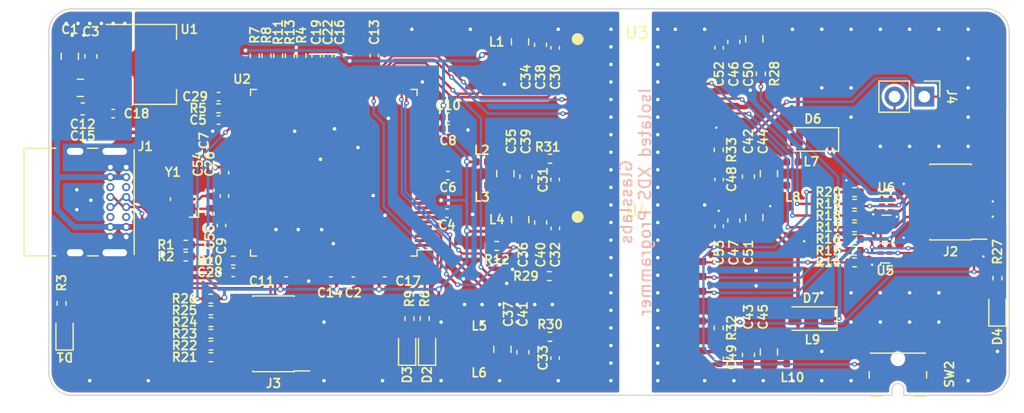
<source format=kicad_pcb>
(kicad_pcb (version 20211014) (generator pcbnew)
  (layers (0 "F.Cu" signal) (31 "B.Cu" signal) (34 "B.Paste" user) (35 "F.Paste" user) (36 "B.SilkS" user "B.Silkscreen") (37 "F.SilkS" user "F.Silkscreen") (38 "B.Mask" user) (39 "F.Mask" user) (44 "Edge.Cuts" user))
  (net 0 "")
  (net 1 "GND")
  (net 2 "+5V")
  (net 3 "+3V3")
  (net 4 "Net-(C28-Pad1)")
  (net 5 "Net-(C30-Pad1)")
  (net 6 "Net-(C31-Pad1)")
  (net 7 "Net-(C31-Pad2)")
  (net 8 "Net-(C32-Pad1)")
  (net 9 "Net-(C33-Pad1)")
  (net 10 "Net-(C33-Pad2)")
  (net 11 "Net-(C42-Pad1)")
  (net 12 "Net-(C42-Pad2)")
  (net 13 "Net-(C43-Pad1)")
  (net 14 "Net-(C43-Pad2)")
  (net 15 "Net-(C46-Pad1)")
  (net 16 "GND1")
  (net 17 "Net-(C47-Pad1)")
  (net 18 "Net-(C54-Pad2)")
  (net 19 "Net-(C55-Pad2)")
  (net 20 "Net-(D1-Pad2)")
  (net 21 "Net-(D2-Pad2)")
  (net 22 "Net-(D3-Pad2)")
  (net 23 "Net-(D4-Pad2)")
  (net 24 "/V_{ISOOUT}")
  (net 26 "Net-(J1-PadA6)")
  (net 27 "Net-(J1-PadA7)")
  (net 31 "/V_{TGT}")
  (net 32 "Net-(J2-Pad4)")
  (net 33 "Net-(J2-Pad6)")
  (net 34 "Net-(J2-Pad7)")
  (net 35 "Net-(J2-Pad8)")
  (net 36 "Net-(J2-Pad10)")
  (net 37 "Net-(J3-Pad2)")
  (net 38 "Net-(J3-Pad4)")
  (net 39 "Net-(J3-Pad6)")
  (net 41 "Net-(J3-Pad8)")
  (net 42 "Net-(J3-Pad10)")
  (net 43 "/USB_DM")
  (net 44 "/USB_DP")
  (net 45 "Net-(R4-Pad2)")
  (net 46 "Net-(R6-Pad1)")
  (net 47 "Net-(R7-Pad1)")
  (net 48 "Net-(R8-Pad1)")
  (net 49 "Net-(R9-Pad1)")
  (net 50 "Net-(R11-Pad1)")
  (net 51 "/XDS_RST_OUT")
  (net 52 "Net-(R13-Pad1)")
  (net 53 "/ISO_RX")
  (net 54 "/ISO_TX")
  (net 55 "/ISO_TMS")
  (net 56 "/ISO_TCK")
  (net 57 "/ISO_TDO")
  (net 58 "/ISO_TDI")
  (net 59 "/ISO_nRST")
  (net 60 "/ITMS")
  (net 61 "/ITCK")
  (net 62 "/ITDO")
  (net 63 "/ITDI")
  (net 64 "/I_nRST")
  (net 65 "/XDS_TMS")
  (net 66 "Net-(R29-Pad2)")
  (net 89 "/XDS_RXD")
  (net 90 "/XDS_TXD")
  (net 91 "/XDS_TCK")
  (net 92 "/XDS_TDO")
  (net 93 "/XDS_TDI")
  (net 149 "Net-(C2-Pad2)")
  (net 150 "Net-(R28-Pad1)")
  (net 151 "Net-(R30-Pad1)")
  (net 152 "Net-(R31-Pad1)")
  (net 153 "Net-(C29-Pad2)")
  (net 154 "Net-(J2-Pad9)")
  (net 155 "Net-(J2-Pad2)")
  (footprint "Capacitor_SMD:C_0402_1005Metric" (layer "F.Cu") (at 116 83.25)
    (fp_text reference "C29")
    (fp_text value "0.1u")
  )
  (footprint "Inductor_SMD:L_0402_1005Metric" (layer "F.Cu") (at 138.2525 103.825)
    (fp_text reference "L5")
    (fp_text value "BLM15EX331SN1D")
  )
  (footprint "Resistor_SMD:R_0402_1005Metric" (layer "F.Cu") (at 170.3 94.4 180)
    (fp_text reference "R17")
    (fp_text value "100R")
  )
  (footprint "Capacitor_SMD:C_0402_1005Metric" (layer "F.Cu") (at 115.25 93.25 90)
    (fp_text reference "C55")
    (fp_text value "10p")
  )
  (footprint "Capacitor_SMD:C_0603_1608Metric" (layer "F.Cu") (at 161.2375 105.3 90)
    (fp_text reference "C43")
    (fp_text value "1u")
  )
  (footprint "Resistor_SMD:R_0402_1005Metric" (layer "F.Cu") (at 122.0875 79.75 90)
    (fp_text reference "R13")
    (fp_text value "10k")
  )
  (footprint "Capacitor_SMD:C_0402_1005Metric" (layer "F.Cu") (at 158.7375 94.325 -90)
    (fp_text reference "C53")
    (fp_text value "0.1u")
  )
  (footprint "Inductor_SMD:L_0402_1005Metric" (layer "F.Cu") (at 138.4875 90.825)
    (fp_text reference "L3")
    (fp_text value "BLM15EX331SN1D")
  )
  (footprint "Package_QFP:LQFP-128_14x14mm_P0.4mm" (layer "F.Cu") (at 125.8375 89.75 180)
    (fp_text reference "U2")
    (fp_text value "MSP432E401Y")
  )
  (footprint "Capacitor_SMD:C_0805_2012Metric" (layer "F.Cu") (at 104.2 82.5)
    (fp_text reference "C12")
    (fp_text value "10u")
  )
  (footprint "Capacitor_SMD:C_0402_1005Metric" (layer "F.Cu") (at 158.7375 79.075 -90)
    (fp_text reference "C52")
    (fp_text value "0.1u")
  )
  (footprint "Capacitor_SMD:C_0603_1608Metric" (layer "F.Cu") (at 161.2375 90.075 90)
    (fp_text reference "C42")
    (fp_text value "1u")
  )
  (footprint "Capacitor_SMD:C_0603_1608Metric" (layer "F.Cu") (at 159.9875 93.825 90)
    (fp_text reference "C47")
    (fp_text value "1u")
  )
  (footprint "Capacitor_SMD:C_0402_1005Metric" (layer "F.Cu") (at 144.7375 105.575 -90)
    (fp_text reference "C33")
    (fp_text value "0.1u")
  )
  (footprint "Resistor_SMD:R_0402_1005Metric" (layer "F.Cu") (at 120.0875 79.75 90)
    (fp_text reference "R8")
    (fp_text value "10k")
  )
  (footprint "Inductor_SMD:L_0402_1005Metric" (layer "F.Cu") (at 164.9875 104.05 180)
    (fp_text reference "L9")
    (fp_text value "BLM15EX331SN1D")
  )
  (footprint "Connector_PinHeader_1.27mm:PinHeader_2x05_P1.27mm_Vertical_SMD" (layer "F.Cu") (at 120.6875 103.5 180)
    (fp_text reference "J3")
    (fp_text value "IF_JTAG")
  )
  (footprint "Resistor_SMD:R_0402_1005Metric" (layer "F.Cu") (at 170.3 93.4 180)
    (fp_text reference "R18")
    (fp_text value "100R")
  )
  (footprint "Diode_SMD:D_SOD-123F" (layer "F.Cu") (at 166.6 102.2 180)
    (fp_text reference "D7")
    (fp_text value "CRS01(TE85L,Q,M)")
  )
  (footprint "Resistor_SMD:R_0402_1005Metric" (layer "F.Cu") (at 158.7 87.8 -90)
    (fp_text reference "R33")
    (fp_text value "10k")
  )
  (footprint "Capacitor_SMD:C_0402_1005Metric" (layer "F.Cu") (at 127.5 99 180)
    (fp_text reference "C2")
    (fp_text value "0.1u")
  )
  (footprint "Package_SON:Fairchild_MicroPak-6_1.0x1.45mm_P0.5mm" (layer "F.Cu") (at 173 92.52)
    (fp_text reference "U6")
    (fp_text value "TPD4E004DRYR")
  )
  (footprint "Capacitor_SMD:C_0805_2012Metric" (layer "F.Cu") (at 162.9875 89.825 90)
    (fp_text reference "C44")
    (fp_text value "10u")
  )
  (footprint "Capacitor_SMD:C_0402_1005Metric" (layer "F.Cu") (at 116.5 91.73 -90)
    (fp_text reference "C26")
    (fp_text value "0.1u")
  )
  (footprint "Connector_PinHeader_1.27mm:PinHeader_2x05_P1.27mm_Vertical_SMD" (layer "F.Cu") (at 178.5 92.25 180)
    (fp_text reference "J2")
    (fp_text value "TGT_JTAG")
  )
  (footprint "Capacitor_SMD:C_0402_1005Metric" (layer "F.Cu") (at 116.5 89.75 90)
    (fp_text reference "C7")
    (fp_text value "0.1u")
  )
  (footprint "Capacitor_SMD:C_0402_1005Metric" (layer "F.Cu") (at 116 85.25)
    (fp_text reference "C5")
    (fp_text value "0.1u")
  )
  (footprint "Inductor_SMD:L_0402_1005Metric" (layer "F.Cu") (at 164.9875 88.825 180)
    (fp_text reference "L7")
    (fp_text value "BLM15EX331SN1D")
  )
  (footprint "Connector_PinHeader_2.54mm:PinHeader_1x02_P2.54mm_Vertical" (layer "F.Cu") (at 176.25 83.25 -90)
    (fp_text reference "J4")
    (fp_text value "Conn_01x02_Male")
  )
  (footprint "Resistor_SMD:R_0402_1005Metric" (layer "F.Cu") (at 115.3375 100.5)
    (fp_text reference "R26")
    (fp_text value "10k")
  )
  (footprint "Inductor_SMD:L_0402_1005Metric" (layer "F.Cu") (at 139.75 94.75)
    (fp_text reference "L4")
    (fp_text value "BLM15EX331SN1D")
  )
  (footprint "Capacitor_SMD:C_0402_1005Metric" (layer "F.Cu") (at 158.7375 90.325 -90)
    (fp_text reference "C48")
    (fp_text value "0.1u")
  )
  (footprint "Inductor_SMD:L_0402_1005Metric" (layer "F.Cu") (at 138.4725 88.825)
    (fp_text reference "L2")
    (fp_text value "BLM15EX331SN1D")
  )
  (footprint "Capacitor_SMD:C_0402_1005Metric" (layer "F.Cu") (at 116.25 94.25 90)
    (fp_text reference "C9")
    (fp_text value "0.1u")
  )
  (footprint "Inductor_SMD:L_0402_1005Metric" (layer "F.Cu") (at 138.2375 105.825)
    (fp_text reference "L6")
    (fp_text value "BLM15EX331SN1D")
  )
  (footprint "Capacitor_SMD:C_0402_1005Metric" (layer "F.Cu") (at 135.5 93.2 180)
    (fp_text reference "C4")
    (fp_text value "0.1u")
  )
  (footprint "Resistor_SMD:R_0402_1005Metric" (layer "F.Cu") (at 123.0875 79.75 -90)
    (fp_text reference "R4")
    (fp_text value "4.87k")
  )
  (footprint "Resistor_SMD:R_0402_1005Metric" (layer "F.Cu") (at 115.3375 101.5 180)
    (fp_text reference "R25")
    (fp_text value "100R")
  )
  (footprint "Resistor_SMD:R_0402_1005Metric" (layer "F.Cu") (at 115.3475 103.5 180)
    (fp_text reference "R23")
    (fp_text value "100R")
  )
  (footprint "Capacitor_SMD:C_0805_2012Metric" (layer "F.Cu") (at 161.7375 93.575 90)
    (fp_text reference "C51")
    (fp_text value "10u")
  )
  (footprint "Resistor_SMD:R_0402_1005Metric" (layer "F.Cu") (at 170.3 95.4 180)
    (fp_text reference "R16")
    (fp_text value "100R")
  )
  (footprint "Capacitor_SMD:C_0402_1005Metric" (layer "F.Cu") (at 121.7875 99 180)
    (fp_text reference "C11")
    (fp_text value "0.1u")
  )
  (footprint "Capacitor_SMD:C_0402_1005Metric" (layer "F.Cu") (at 135.5875 86 180)
    (fp_text reference "C8")
    (fp_text value "0.1u")
  )
  (footprint "Capacitor_SMD:C_0805_2012Metric" (layer "F.Cu") (at 103.3 79.8 90)
    (fp_text reference "C1")
    (fp_text value "10u")
  )
  (footprint "Resistor_SMD:R_0402_1005Metric" (layer "F.Cu") (at 119.0875 79.75 90)
    (fp_text reference "R7")
    (fp_text value "10k")
  )
  (footprint "Resistor_SMD:R_0402_1005Metric" (layer "F.Cu") (at 162.3 81.3 -90)
    (fp_text reference "R28")
    (fp_text value "1K")
  )
  (footprint "xds-iso:SOIC-20" (layer "F.Cu") (at 151.7375 100.504 -90)
    (fp_text reference "U4")
    (fp_text value "ISOW7742")
  )
  (footprint "Package_SON:Fairchild_MicroPak-6_1.0x1.45mm_P0.5mm" (layer "F.Cu") (at 172.9 96.6)
    (fp_text reference "U5")
    (fp_text value "TPD4E004DRYR")
  )
  (footprint "Capacitor_SMD:C_0402_1005Metric" (layer "F.Cu") (at 125.5875 99)
    (fp_text reference "C14")
    (fp_text value "0.1u")
  )
  (footprint "Resistor_SMD:R_0402_1005Metric" (layer "F.Cu") (at 182.5 98.75 90)
    (fp_text reference "R27")
    (fp_text value "470R")
  )
  (footprint "Capacitor_SMD:C_0805_2012Metric" (layer "F.Cu") (at 141.7375 78.575 -90)
    (fp_text reference "C34")
    (fp_text value "10u")
  )
  (footprint "Resistor_SMD:R_0402_1005Metric" (layer "F.Cu") (at 102.6 100.9 90)
    (fp_text reference "R3")
    (fp_text value "470R")
  )
  (footprint "Capacitor_SMD:C_0805_2012Metric" (layer "F.Cu") (at 161.7375 78.325 90)
    (fp_text reference "C50")
    (fp_text value "10u")
  )
  (footprint "Resistor_SMD:R_0402_1005Metric" (layer "F.Cu") (at 139.75 96 180)
    (fp_text reference "R12")
    (fp_text value "100k")
  )
  (footprint "Capacitor_SMD:C_0402_1005Metric" (layer "F.Cu") (at 144.7375 90.325 -90)
    (fp_text reference "C31")
    (fp_text value "0.1u")
  )
  (footprint "Inductor_SMD:L_0402_1005Metric" (layer "F.Cu") (at 139.7375 79.575)
    (fp_text reference "L1")
    (fp_text value "BLM15EX331SN1D")
  )
  (footprint "Resistor_SMD:R_0402_1005Metric" (layer "F.Cu") (at 115.3475 105.5 180)
    (fp_text reference "R21")
    (fp_text value "100R")
  )
  (footprint "Capacitor_SMD:C_0805_2012Metric" (layer "F.Cu") (at 162.9875 105.05 90)
    (fp_text reference "C45")
    (fp_text value "10u")
  )
  (footprint "Resistor_SMD:R_0402_1005Metric" (layer "F.Cu") (at 144.3 88.55 180)
    (fp_text reference "R31")
    (fp_text value "10k")
  )
  (footprint "Capacitor_SMD:C_0603_1608Metric" (layer "F.Cu") (at 105.1 79.8125 90)
    (fp_text reference "C3")
    (fp_text value "1u")
  )
  (footprint "Resistor_SMD:R_0402_1005Metric" (layer "F.Cu") (at 115.3475 102.5 180)
    (fp_text reference "R24")
    (fp_text value "100R")
  )
  (footprint "LED_SMD:LED_0603_1608Metric" (layer "F.Cu") (at 102.85 103.4 90)
    (fp_text reference "D1")
    (fp_text value "LED")
  )
  (footprint "Capacitor_SMD:C_0805_2012Metric" (layer "F.Cu") (at 140.2375 104.825 90)
    (fp_text reference "C37")
    (fp_text value "10u")
  )
  (footprint "Capacitor_SMD:C_0402_1005Metric" (layer "F.Cu") (at 125.3375 79.75 -90)
    (fp_text reference "C22")
    (fp_text value "0.1u")
  )
  (footprint "xds-iso:SOIC-20" (layer "F.Cu") (at 151.7375 85.325 -90)
    (fp_text reference "U3")
    (fp_text value "ISOW7741")
  )
  (footprint "Capacitor_SMD:C_0402_1005Metric" (layer "F.Cu") (at 135.5875 85 180)
    (fp_text reference "C10")
    (fp_text value "0.1u")
  )
  (footprint "Capacitor_SMD:C_0603_1608Metric" (layer "F.Cu") (at 159.9875 78.575 90)
    (fp_text reference "C46")
    (fp_text value "1u")
  )
  (footprint "Resistor_SMD:R_0402_1005Metric" (layer "F.Cu") (at 113.2 95.9)
    (fp_text reference "R1")
    (fp_text value "22R")
  )
  (footprint "Capacitor_SMD:C_0603_1608Metric" (layer "F.Cu") (at 142.2375 90.075 90)
    (fp_text reference "C39")
    (fp_text value "1u")
  )
  (footprint "Connector_USB:USB_C_Receptacle_GCT_USB4085" (layer "F.Cu") (at 108.1125 89.275 -90)
    (fp_text reference "J1")
    (fp_text value "USB4085")
  )
  (footprint "Resistor_SMD:R_0402_1005Metric" (layer "F.Cu") (at 117.25 97.25 180)
    (fp_text reference "R10")
    (fp_text value "100R")
  )
  (footprint "Capacitor_SMD:C_0402_1005Metric" (layer "F.Cu") (at 117.25 98.25 180)
    (fp_text reference "C28")
    (fp_text value "0.1u")
  )
  (footprint "LED_SMD:LED_0603_1608Metric" (layer "F.Cu") (at 132.1 104.7 90)
    (fp_text reference "D3")
    (fp_text value "LED")
  )
  (footprint "Capacitor_SMD:C_0402_1005Metric" (layer "F.Cu") (at 130.1875 99 180)
    (fp_text reference "C17")
    (fp_text value "0.1u")
  )
  (footprint "Capacitor_SMD:C_0402_1005Metric" (layer "F.Cu") (at 144.7375 79.075 90)
    (fp_text reference "C30")
    (fp_text value "0.1u")
  )
  (footprint "Capacitor_SMD:C_0603_1608Metric" (layer "F.Cu") (at 143.5 94 -90)
    (fp_text reference "C40")
    (fp_text value "1u")
  )
  (footprint "Resistor_SMD:R_0402_1005Metric" (layer "F.Cu") (at 158.7 103 -90)
    (fp_text reference "R32")
    (fp_text value "10k")
  )
  (footprint "Diode_SMD:D_SOD-123F" (layer "F.Cu") (at 166.7375 86.9 180)
    (fp_text reference "D6")
    (fp_text value "CRS01(TE85L,Q,M)")
  )
  (footprint "Crystal:Crystal_SMD_Abracon_ABM10-4Pin_2.5x2.0mm" (layer "F.Cu") (at 113 92 180)
    (fp_text reference "Y1")
    (fp_text value "ABM8G-16.000MHZ-4Y-T3")
  )
  (footprint "Resistor_SMD:R_0402_1005Metric" (layer "F.Cu") (at 121.0875 79.75 90)
    (fp_text reference "R11")
    (fp_text value "10k")
  )
  (footprint "Inductor_SMD:L_0402_1005Metric" (layer "F.Cu") (at 164.9875 106.05 180)
    (fp_text reference "L10")
    (fp_text value "BLM15EX331SN1D")
  )
  (footprint "Package_TO_SOT_SMD:SOT-223-3_TabPin2" (layer "F.Cu") (at 110.5 80.5)
    (fp_text reference "U1")
    (fp_text value "AP7361EA-33E-13")
  )
  (footprint "Capacitor_SMD:C_0603_1608Metric" (layer "F.Cu") (at 104.4 84.3)
    (fp_text reference "C15")
    (fp_text value "1u")
  )
  (footprint "Resistor_SMD:R_0402_1005Metric" (layer "F.Cu") (at 170.3 92.4 180)
    (fp_text reference "R19")
    (fp_text value "100R")
  )
  (footprint "Capacitor_SMD:C_0805_2012Metric" (layer "F.Cu") (at 140.4875 89.825 90)
    (fp_text reference "C35")
    (fp_text value "10u")
  )
  (footprint "Capacitor_SMD:C_0603_1608Metric" (layer "F.Cu") (at 143.4875 78.825 -90)
    (fp_text reference "C38")
    (fp_text value "1u")
  )
  (footprint "Capacitor_SMD:C_0402_1005Metric" (layer "F.Cu") (at 158.7375 105.575 -90)
    (fp_text reference "C49")
    (fp_text value "0.1u")
  )
  (footprint "LED_SMD:LED_0603_1608Metric" (layer "F.Cu") (at 133.8 104.7 90)
    (fp_text reference "D2")
    (fp_text value "LED")
  )
  (footprint "LED_SMD:LED_0603_1608Metric" (layer "F.Cu") (at 182.5 101.35 90)
    (fp_text reference "D4")
    (fp_text value "LED")
  )
  (footprint "Capacitor_SMD:C_0402_1005Metric" (layer "F.Cu") (at 144.75 94.5 90)
    (fp_text reference "C32")
    (fp_text value "0.1u")
  )
  (footprint "Button_Switch_SMD:Panasonic_EVQPUM_EVQPUD" (layer "F.Cu") (at 174 107 180)
    (fp_text reference "SW2")
    (fp_text value "EVQPUD")
  )
  (footprint "Resistor_SMD:R_0402_1005Metric" (layer "F.Cu") (at 170.3 96.4)
    (fp_text reference "R15")
    (fp_text value "100R")
  )
  (footprint "Capacitor_SMD:C_0402_1005Metric" (layer "F.Cu") (at 107 84.7 180)
    (fp_text reference "C18")
    (fp_text value "0.1u")
  )
  (footprint "Capacitor_SMD:C_0402_1005Metric" (layer "F.Cu") (at 129.3 79.75 -90)
    (fp_text reference "C13")
    (fp_text value "0.1u")
  )
  (footprint "Resistor_SMD:R_0402_1005Metric" (layer "F.Cu") (at 115.3475 104.5 180)
    (fp_text reference "R22")
    (fp_text value "100R")
  )
  (footprint "Resistor_SMD:R_0402_1005Metric" (layer "F.Cu") (at 144.2375 98.575)
    (fp_text reference "R29")
    (fp_text value "1k")
  )
  (footprint "Capacitor_SMD:C_0402_1005Metric" (layer "F.Cu") (at 135.5875 90 180)
    (fp_text reference "C6")
    (fp_text value "0.1u")
  )
  (footprint "Resistor_SMD:R_0402_1005Metric" (layer "F.Cu") (at 133.6 102.2 -90)
    (fp_text reference "R6")
    (fp_text value "470R")
  )
  (footprint "Resistor_SMD:R_0402_1005Metric" (layer "F.Cu") (at 113.2 96.9 180)
    (fp_text reference "R2")
    (fp_text value "22R")
  )
  (footprint "Resistor_SMD:R_0402_1005Metric" (layer "F.Cu") (at 132.3 102.2 -90)
    (fp_text reference "R9")
    (fp_text value "470R")
  )
  (footprint "Capacitor_SMD:C_0603_1608Metric" (layer "F.Cu") (at 141.9875 105.075 90)
    (fp_text reference "C41")
    (fp_text value "1u")
  )
  (footprint "Inductor_SMD:L_0402_1005Metric" (layer "F.Cu") (at 165.0025 90.825 180)
    (fp_text reference "L8")
    (fp_text value "BLM15EX331SN1D")
  )
  (footprint "Resistor_SMD:R_0402_1005Metric" (layer "F.Cu") (at 170.3 97.4)
    (fp_text reference "R14")
    (fp_text value "100R")
  )
  (footprint "Resistor_SMD:R_0402_1005Metric" (layer "F.Cu") (at 144.3 103.75 180)
    (fp_text reference "R30")
    (fp_text value "10k")
  )
  (footprint "Resistor_SMD:R_0402_1005Metric" (layer "F.Cu") (at 170.3 91.4 180)
    (fp_text reference "R20")
    (fp_text value "100R")
  )
  (footprint "Capacitor_SMD:C_0402_1005Metric" (layer "F.Cu") (at 124.3375 79.75 -90)
    (fp_text reference "C19")
    (fp_text value "0.1u")
  )
  (footprint "Capacitor_SMD:C_0805_2012Metric" (layer "F.Cu") (at 141.75 93.75 -90)
    (fp_text reference "C36")
    (fp_text value "10u")
  )
  (footprint "Capacitor_SMD:C_0402_1005Metric" (layer "F.Cu") (at 115.25 91.25 -90)
    (fp_text reference "C54")
    (fp_text value "10p")
  )
  (footprint "Resistor_SMD:R_0402_1005Metric" (layer "F.Cu") (at 116 84.25 180)
    (fp_text reference "R5")
    (fp_text value "51R")
  )
  (footprint "Capacitor_SMD:C_0402_1005Metric" (layer "F.Cu") (at 126.3375 79.75 -90)
    (fp_text reference "C16")
    (fp_text value "0.1u")
  )
  (footprint "xds-iso:GlassboardG" (layer "B.Cu") (at 145.6 92.25 -90)
    (fp_text reference "G***" hide)
    (fp_text value "LOGO" hide)
  )
  (gr_arc (start 103.5 108.75) (mid 102.085786 108.164214) (end 101.5 106.75) (layer "Edge.Cuts") (width 0.1))
  (gr_line (start 103.5 75.75) (end 181.5 75.75) (layer "Edge.Cuts") (width 0.1))
  (gr_arc (start 173.5 108.25) (mid 174 107.75) (end 174.5 108.25) (layer "Edge.Cuts") (width 0.1))
  (gr_line (start 174.5 108.75) (end 174.5 108.25) (layer "Edge.Cuts") (width 0.1))
  (gr_arc (start 183.5 106.75) (mid 182.914214 108.164214) (end 181.5 108.75) (layer "Edge.Cuts") (width 0.1))
  (gr_line (start 181.5 108.75) (end 174.5 108.75) (layer "Edge.Cuts") (width 0.1))
  (gr_arc (start 181.5 75.75) (mid 182.914214 76.335786) (end 183.5 77.75) (layer "Edge.Cuts") (width 0.1))
  (gr_arc (start 101.5 77.75) (mid 102.085786 76.335786) (end 103.5 75.75) (layer "Edge.Cuts") (width 0.1))
  (gr_line (start 183.5 106.75) (end 183.5 77.75) (layer "Edge.Cuts") (width 0.1))
  (gr_line (start 101.5 106.75) (end 101.5 77.75) (layer "Edge.Cuts") (width 0.1))
  (gr_line (start 173.5 108.75) (end 173.5 108.25) (layer "Edge.Cuts") (width 0.1))
  (gr_line (start 173.5 108.75) (end 103.5 108.75) (layer "Edge.Cuts") (width 0.1))
  (gr_text "Glasslabs\nIsolated XDS Programmer" (at 151.6 92.25 90) (layer "B.SilkS") (effects (font (size 1 1)) (justify mirror)))
  (segment (start 125.8 95.8) (end 126.4375 96.4375) (width 0.25) (layer "F.Cu") (net 1))
  (segment (start 133.5 89.55) (end 132.05 89.55) (width 0.25) (layer "F.Cu") (net 1))
  (segment (start 125.1075 99) (end 123.7 99) (width 0.25) (layer "F.Cu") (net 1))
  (segment (start 118.175 89.55) (end 119.65 89.55) (width 0.25) (layer "F.Cu") (net 1))
  (segment (start 133.5 92.35) (end 131.75 92.35) (width 0.25) (layer "F.Cu") (net 1))
  (segment (start 126.0375 82.0875) (end 126.0375 83.8625) (width 0.25) (layer "F.Cu") (net 1))
  (segment (start 119.85 83.95) (end 119.9 83.9) (width 0.25) (layer "F.Cu") (net 1))
  (segment (start 119.55 83.95) (end 119.85 83.95) (width 0.25) (layer "F.Cu") (net 1))
  (segment (start 123.2375 82.0875) (end 123.2375 83.6625) (width 0.25) (layer "F.Cu") (net 1))
  (segment (start 126.4375 96.4375) (end 126.4375 97.4125) (width 0.25) (layer "F.Cu") (net 1))
  (segment (start 132.05 89.55) (end 132 89.6) (width 0.25) (layer "F.Cu") (net 1))
  (segment (start 116.77 98.25) (end 116.15 98.25) (width 0.25) (layer "F.Cu") (net 1))
  (segment (start 119.6375 83.8625) (end 119.55 83.95) (width 0.25) (layer "F.Cu") (net 1))
  (segment (start 122.0375 82.0875) (end 122.0375 83.7625) (width 0.25) (layer "F.Cu") (net 1))
  (segment (start 119.6375 82.0875) (end 119.6375 83.8625) (width 0.25) (layer "F.Cu") (net 1))
  (segment (start 116.15 98.25) (end 116.1 98.3) (width 0.25) (layer "F.Cu") (net 1))
  (segment (start 118.175 83.95) (end 119.55 83.95) (width 0.25) (layer "F.Cu") (net 1))
  (segment (start 119.65 89.55) (end 119.7 89.5) (width 0.25) (layer "F.Cu") (net 1))
  (via (at 138.5 102.5) (size 0.5) (drill 0.3) (layers "F.Cu" "B.Cu") (net 1))
  (via (at 149.5 95.5) (size 0.5) (drill 0.3) (layers "F.Cu" "B.Cu") (net 1))
  (via (at 127.9 87.6) (size 0.5) (drill 0.3) (layers "F.Cu" "B.Cu") (net 1))
  (via (at 140 101) (size 0.5) (drill 0.3) (layers "F.Cu" "B.Cu") (net 1))
  (via (at 125.8 95.8) (size 0.5) (drill 0.3) (layers "F.Cu" "B.Cu") (net 1))
  (via (at 145 77.5) (size 0.5) (drill 0.3) (layers "F.Cu" "B.Cu") (net 1))
  (via (at 130.5 85.1) (size 0.5) (drill 0.3) (layers "F.Cu" "B.Cu") (net 1))
  (via (at 110 107.5) (size 0.5) (drill 0.3) (layers "F.Cu" "B.Cu") (net 1))
  (via (at 140 107.5) (size 0.5) (drill 0.3) (layers "F.Cu" "B.Cu") (net 1))
  (via (at 149.498156 101.49447) (size 0.5) (drill 0.3) (layers "F.Cu" "B.Cu") (net 1))
  (via (at 120.9 94.6) (size 0.5) (drill 0.3) (layers "F.Cu" "B.Cu") (net 1))
  (via (at 149.5 106) (size 0.5) (drill 0.3) (layers "F.Cu" "B.Cu") (net 1))
  (via (at 124.7 88.6) (size 0.5) (drill 0.3) (layers "F.Cu" "B.Cu") (net 1))
  (via (at 141.1 98) (size 0.5) (drill 0.3) (layers "F.Cu" "B.Cu") (net 1))
  (via (at 141.5 102.5) (size 0.5) (drill 0.3) (layers "F.Cu" "B.Cu") (net 1))
  (via (at 135 107.5) (size 0.5) (drill 0.3) (layers "F.Cu" "B.Cu") (net 1))
  (via (at 149.5 89.5) (size 0.5) (drill 0.3) (layers "F.Cu" "B.Cu") (net 1))
  (via (at 149.5 91) (size 0.5) (drill 0.3) (layers "F.Cu" "B.Cu") (net 1))
  (via (at 149.5 104.5) (size 0.5) (drill 0.3) (layers "F.Cu" "B.Cu") (net 1))
  (via (at 137.5 77.5) (size 0.5) (drill 0.3) (layers "F.Cu" "B.Cu") (net 1))
  (via (at 149.5 77.5) (size 0.5) (drill 0.3) (layers "F.Cu" "B.Cu") (net 1))
  (via (at 125.9 86) (size 0.5) (drill 0.3) (layers "F.Cu" "B.Cu") (net 1))
  (via (at 133.4 82) (size 0.5) (drill 0.3) (layers "F.Cu" "B.Cu") (net 1))
  (via (at 129.2 91.7) (size 0.5) (drill 0.3) (layers "F.Cu" "B.Cu") (net 1))
  (via (at 149.5 83.5) (size 0.5) (drill 0.3) (layers "F.Cu" "B.Cu") (net 1))
  (via (at 149.5 100) (size 0.5) (drill 0.3) (layers "F.Cu" "B.Cu") (net 1))
  (via (at 122.8 94.6) (size 0.5) (drill 0.3) (layers "F.Cu" "B.Cu") (net 1))
  (via (at 142.3 96.8) (size 0.5) (drill 0.3) (layers "F.Cu" "B.Cu") (net 1))
  (via (at 140.4 82.2) (size 0.5) (drill 0.3) (layers "F.Cu" "B.Cu") (net 1))
  (via (at 142.99562 100.99649) (size 0.5) (drill 0.3) (layers "F.Cu" "B.Cu") (net 1))
  (via (at 137.3 86.1) (size 0.5) (drill 0.3) (layers "F.Cu" "B.Cu") (net 1))
  (via (at 130 107.5) (size 0.5) (drill 0.3) (layers "F.Cu" "B.Cu") (net 1))
  (via (at 149.5 82) (size 0.5) (drill 0.3) (layers "F.Cu" "B.Cu") (net 1))
  (via (at 149.5 86.5) (size 0.5) (drill 0.3) (layers "F.Cu" "B.Cu") (net 1))
  (via (at 116.1 98.3) (size 0.5) (drill 0.3) (layers "F.Cu" "B.Cu") (net 1))
  (via (at 124.8 94.6) (size 0.5) (drill 0.3) (layers "F.Cu" "B.Cu") (net 1))
  (via (at 138.5 101) (size 0.5) (drill 0.3) (layers "F.Cu" "B.Cu") (net 1))
  (via (at 149.5 79) (size 0.5) (drill 0.3) (layers "F.Cu" "B.Cu") (net 1))
  (via (at 103.9 92.9) (size 0.5) (drill 0.3) (layers "F.Cu" "B.Cu") (net 1))
  (via (at 123.7 99) (size 0.5) (drill 0.3) (layers "F.Cu" "B.Cu") (net 1))
  (via (at 115.5 86.2) (size 0.5) (drill 0.3) (layers "F.Cu" "B.Cu") (net 1))
  (via (at 130.2 93.4) (size 0.5) (drill 0.3) (layers "F.Cu" "B.Cu") (net 1))
  (via (at 105 107.5) (size 0.5) (drill 0.3) (layers "F.Cu" "B.Cu") (net 1))
  (via (at 149.5 92.5) (size 0.5) (drill 0.3) (layers "F.Cu" "B.Cu") (net 1))
  (via (at 149.5 94) (size 0.5) (drill 0.3) (layers "F.Cu" "B.Cu") (net 1))
  (via (at 136.9 98.8) (size 0.5) (drill 0.3) (layers "F.Cu" "B.Cu") (net 1))
  (via (at 140.6 99.2) (size 0.5) (drill 0.3) (layers "F.Cu" "B.Cu") (net 1))
  (via (at 125 102.5) (size 0.5) (drill 0.3) (layers "F.Cu" "B.Cu") (net 1))
  (via (at 149.5 80.5) (size 0.5) (drill 0.3) (layers "F.Cu" "B.Cu") (net 1))
  (via (at 149.5 85) (size 0.5) (drill 0.3) (layers "F.Cu" "B.Cu") (net 1))
  (via (at 149.5 98.5) (size 0.5) (drill 0.3) (layers "F.Cu" "B.Cu") (net 1))
  (via (at 144.5 101) (size 0.5) (drill 0.3) (layers "F.Cu" "B.Cu") (net 1))
  (via (at 141.5 101) (size 0.5) (drill 0.3) (layers "F.Cu" "B.Cu") (net 1))
  (via (at 103.9 91.2) (size 0.5) (drill 0.3) (layers "F.Cu" "B.Cu") (net 1))
  (via (at 111.2 96.7) (size 0.5) (drill 0.3) (layers "F.Cu" "B.Cu") (net 1))
  (via (at 137 101) (size 0.5) (drill 0.3) (layers "F.Cu" "B.Cu") (net 1))
  (via (at 122.5 86.2) (size 0.5) (drill 0.3) (layers "F.Cu" "B.Cu") (net 1))
  (via (at 149.5 88) (size 0.5) (drill 0.3) (layers "F.Cu" "B.Cu") (net 1))
  (via (at 149.5 107.5) (size 0.5) (drill 0.3) (layers "F.Cu" "B.Cu") (net 1))
  (via (at 137.7 93.3) (size 0.5) (drill 0.3) (layers "F.Cu" "B.Cu") (net 1))
  (via (at 105.1 92.1) (size 0.5) (drill 0.3) (layers "F.Cu" "B.Cu") (net 1))
  (via (at 149.5 97) (size 0.5) (drill 0.3) (layers "F.Cu" "B.Cu") (net 1))
  (via (at 132.5 77.5) (size 0.5) (drill 0.3) (layers "F.Cu" "B.Cu") (net 1))
  (via (at 125 107.5) (size 0.5) (drill 0.3) (layers "F.Cu" "B.Cu") (net 1))
  (via (at 135 102.5) (size 0.5) (drill 0.3) (layers "F.Cu" "B.Cu") (net 1))
  (via (at 149.5 103) (size 0.5) (drill 0.3) (layers "F.Cu" "B.Cu") (net 1))
  (via (at 145 107.5) (size 0.5) (drill 0.3) (layers "F.Cu" "B.Cu") (net 1))
  (segment (start 116.1 98.3) (end 116.7 98.3) (width 0.25) (layer "B.Cu") (net 1))
  (segment (start 116.7 98.3) (end 116.8 98.2) (width 0.25) (layer "B.Cu") (net 1))
  (segment (start 103.5 97.9) (end 102.6 98.8) (width 0.5) (layer "F.Cu") (net 2))
  (segment (start 110 97.9) (end 103.5 97.9) (width 0.5) (layer "F.Cu") (net 2))
  (segment (start 110 95.4) (end 110 97.9) (width 0.5) (layer "F.Cu") (net 2))
  (segment (start 110 97.9) (end 115.3 97.9) (width 0.5) (layer "F.Cu") (net 2))
  (segment (start 115.3 97.9) (end 115.95 97.25) (width 0.5) (layer "F.Cu") (net 2))
  (segment (start 108.975 94.375) (end 110 95.4) (width 0.5) (layer "F.Cu") (net 2))
  (segment (start 102.6 98.8) (end 102.6 100.39) (width 0.5) (layer "F.Cu") (net 2))
  (segment (start 115.95 97.25) (end 116.74 97.25) (width 0.5) (layer "F.Cu") (net 2))
  (segment (start 108.1125 94.375) (end 108.975 94.375) (width 0.5) (layer "F.Cu") (net 2))
  (via (at 103.5 78) (size 0.5) (drill 0.3) (layers "F.Cu" "B.Cu") (net 2))
  (via (at 105 77) (size 0.5) (drill 0.3) (layers "F.Cu" "B.Cu") (net 2))
  (via (at 104.5 78) (size 0.5) (drill 0.3) (layers "F.Cu" "B.Cu") (net 2))
  (via (at 108 77) (size 0.5) (drill 0.3) (layers "F.Cu" "B.Cu") (net 2))
  (via (at 104 77) (size 0.5) (drill 0.3) (layers "F.Cu" "B.Cu") (net 2))
  (via (at 103 77) (size 0.5) (drill 0.3) (layers "F.Cu" "B.Cu") (net 2))
  (via (at 107 77) (size 0.5) (drill 0.3) (layers "F.Cu" "B.Cu") (net 2))
  (via (at 106 77) (size 0.5) (drill 0.3) (layers "F.Cu" "B.Cu") (net 2))
  (segment (start 106.7625 94.375) (end 103.675 94.375) (width 0.5) (layer "B.Cu") (net 2))
  (segment (start 102.2 92.9) (end 102.2 89.3) (width 0.5) (layer "B.Cu") (net 2))
  (segment (start 102.2 89.3) (end 102.2 84) (width 0.5) (layer "B.Cu") (net 2))
  (segment (start 106.7625 90.125) (end 102.2 90.125) (width 0.5) (layer "B.Cu") (net 2))
  (segment (start 108.1125 94.375) (end 106.7625 94.375) (width 0.5) (layer "B.Cu") (net 2))
  (segment (start 108.1125 90.125) (end 106.7625 90.125) (width 0.5) (layer "B.Cu") (net 2))
  (segment (start 103.675 94.375) (end 102.2 92.9) (width 0.5) (layer "B.Cu") (net 2))
  (segment (start 118.175 93.55) (end 116.47 93.55) (width 0.25) (layer "F.Cu") (net 3))
  (segment (start 129.6375 97.4125) (end 129.6375 98.93) (width 0.25) (layer "F.Cu") (net 3))
  (segment (start 115.49 84.26) (end 116.48 85.25) (width 0.25) (layer "F.Cu") (net 3))
  (segment (start 115.7 89.3) (end 114.8 88.4) (width 0.25) (layer "F.Cu") (net 3))
  (segment (start 133.5 85.15) (end 134.9575 85.15) (width 0.25) (layer "F.Cu") (net 3))
  (segment (start 134.97 93.15) (end 135.02 93.2) (width 0.25) (layer "F.Cu") (net 3))
  (segment (start 115.73 89.27) (end 115.7 89.3) (width 0.25) (layer "F.Cu") (net 3))
  (segment (start 133.5 93.15) (end 134.97 93.15) (width 0.25) (layer "F.Cu") (net 3))
  (segment (start 115.49 84.25) (end 115.49 84.26) (width 0.25) (layer "F.Cu") (net 3))
  (segment (start 116.03 93.77) (end 116.25 93.77) (width 0.25) (layer "F.Cu") (net 3))
  (segment (start 135.1075 85) (end 135.1075 84.0925) (width 0.25) (layer "F.Cu") (net 3))
  (segment (start 135.0575 85.95) (end 135.1075 86) (width 0.25) (layer "F.Cu") (net 3))
  (segment (start 122.6375 106.04) (end 125.26 106.04) (width 0.25) (layer "F.Cu") (net 3))
  (segment (start 139.24 94.775) (end 139.265 94.75) (width 0.25) (layer "F.Cu") (net 3))
  (segment (start 126.4375 82.0875) (end 126.4375 80.33) (width 0.25) (layer "F.Cu") (net 3))
  (segment (start 139.2525 79.575) (end 138.625 79.575) (width 0.25) (layer "F.Cu") (net 3))
  (segment (start 116.47 93.55) (end 116.25 93.77) (width 0.25) (layer "F.Cu") (net 3))
  (segment (start 134.67 93.55) (end 135.02 93.2) (width 0.25) (layer "F.Cu") (net 3))
  (segment (start 115.05 84.25) (end 114.8 84.5) (width 0.25) (layer "F.Cu") (net 3))
  (segment (start 129.3 80.23) (end 129.6375 80.5675) (width 0.25) (layer "F.Cu") (net 3))
  (segment (start 135.0575 89.95) (end 135.1075 90) (width 0.25) (layer "F.Cu") (net 3))
  (segment (start 129.6375 80.5675) (end 129.6375 82.0875) (width 0.25) (layer "F.Cu") (net 3))
  (segment (start 129.7075 99.6925) (end 129.7 99.7) (width 0.25) (layer "F.Cu") (net 3))
  (segment (start 124.87 80.23) (end 125.3375 80.23) (width 0.25) (layer "F.Cu") (net 3))
  (segment (start 135.1075 84.0925) (end 135.2 84) (width 0.25) (layer "F.Cu") (net 3))
  (segment (start 134.8 100.8575) (end 134.8 99.7) (width 0.25) (layer "F.Cu") (net 3))
  (segment (start 134.9575 85.15) (end 135.1075 85) (width 0.25) (layer "F.Cu") (net 3))
  (segment (start 129.7075 99) (end 129.7075 99.6925) (width 0.25) (layer "F.Cu") (net 3))
  (segment (start 116.58 85.15) (end 116.48 85.25) (width 0.25) (layer "F.Cu") (net 3))
  (segment (start 115.49 84.25) (end 115.05 84.25) (width 0.25) (layer "F.Cu") (net 3))
  (segment (start 126.0375 98.97) (end 126.0675 99) (width 0.25) (layer "F.Cu") (net 3))
  (segment (start 126.4375 80.33) (end 126.3375 80.23) (width 0.25) (layer "F.Cu") (net 3))
  (segment (start 114.8 88.4) (end 114.8 86.2) (width 0.25) (layer "F.Cu") (net 3))
  (segment (start 115.9 93.9) (end 116.03 93.77) (width 0.25) (layer "F.Cu") (net 3))
  (segment (start 126.0675 99) (end 126.0675 99.6675) (width 0.25) (layer "F.Cu") (net 3))
  (segment (start 115.9 93.907771) (end 115.9 93.9) (width 0.25) (layer "F.Cu") (net 3))
  (segment (start 135.1075 86) (end 135.1075 85) (width 0.25) (layer "F.Cu") (net 3))
  (segment (start 114.8 84.5) (end 114.8 86.2) (width 0.25) (layer "F.Cu") (net 3))
  (segment (start 126.1 105.2) (end 126.1 99.7) (width 0.25) (layer "F.Cu") (net 3))
  (segment (start 126.3375 80.23) (end 125.3375 80.23) (width 0.25) (layer "F.Cu") (net 3))
  (segment (start 134.95 92.75) (end 135 92.8) (width 0.25) (layer "F.Cu") (net 3))
  (segment (start 138.625 79.575) (end 138.5 79.7) (width 0.25) (layer "F.Cu") (net 3))
  (segment (start 115.1 94.5) (end 115.307771 94.5) (width 0.25) (layer "F.Cu") (net 3))
  (segment (start 115.8475 100.5) (end 116.4 100.5) (width 0.25) (layer "F.Cu") (net 3))
  (segment (start 133.5 93.55) (end 134.67 93.55) (width 0.25) (layer "F.Cu") (net 3))
  (segment (start 121.2375 97.4125) (end 121.2375 98.93) (width 0.25) (layer "F.Cu") (net 3))
  (segment (start 124.3375 80.23) (end 124.87 80.23) (width 0.25) (layer "F.Cu") (net 3))
  (segment (start 129.6375 98.93) (end 129.7075 99) (width 0.25) (layer "F.Cu") (net 3))
  (segment (start 126.0375 97.4125) (end 126.0375 98.97) (width 0.25) (layer "F.Cu") (net 3))
  (segment (start 137.225 88.825) (end 137.2 88.8) (width 0.25) (layer "F.Cu") (net 3))
  (segment (start 133.5 85.95) (end 135.0575 85.95) (width 0.25) (layer "F.Cu") (net 3))
  (segment (start 124.4375 80.33) (end 124.3375 80.23) (width 0.25) (layer "F.Cu") (net 3))
  (segment (start 119.0875 79.24) (end 118.36 79.24) (width 0.25) (layer "F.Cu") (net 3))
  (segment (start 121.3075 99.66998) (end 121.27748 99.7) (width 0.25) (layer "F.Cu") (net 3))
  (segment (start 126.0675 99.6675) (end 126.1 99.7) (width 0.25) (layer "F.Cu") (net 3))
  (segment (start 118.175 85.15) (end 116.58 85.15) (width 0.25) (layer "F.Cu") (net 3))
  (segment (start 137.9875 88.825) (end 137.225 88.825) (width 0.25) (layer "F.Cu") (net 3))
  (segment (start 114.7 86.3) (end 114.8 86.2) (width 0.25) (layer "F.Cu") (net 3))
  (segment (start 137.7675 103.825) (end 134.8 100.8575) (width 0.25) (layer "F.Cu") (net 3))
  (segment (start 139.24 96) (end 139.24 94.775) (width 0.25) (layer "F.Cu") (net 3))
  (segment (start 124.4375 82.0875) (end 124.4375 80.33) (width 0.25) (layer "F.Cu") (net 3))
  (segment (start 116.4 100.5) (end 116.5 100.4) (width 0.25) (layer "F.Cu") (net 3))
  (segment (start 133.5 92.75) (end 134.95 92.75) (width 0.25) (layer "F.Cu") (net 3))
  (segment (start 118.36 79.24) (end 118.3 79.3) (width 0.25) (layer "F.Cu") (net 3))
  (segment (start 116.5 89.27) (end 115.73 89.27) (width 0.25) (layer "F.Cu") (net 3))
  (segment (start 121.3075 99) (end 121.3075 99.66998) (width 0.25) (layer "F.Cu") (net 3))
  (segment (start 133.5 89.95) (end 135.0575 89.95) (width 0.25) (layer "F.Cu") (net 3))
  (segment (start 139.265 94.75) (end 137.25 94.75) (width 0.25) (layer "F.Cu") (net 3))
  (segment (start 106.6 86.3) (end 114.7 86.3) (width 0.3) (layer "F.Cu") (net 3))
  (segment (start 127.17 80.23) (end 127.2 80.2) (width 0.25) (layer "F.Cu") (net 3))
  (segment (start 126.3375 80.23) (end 127.17 80.23) (width 0.25) (layer "F.Cu") (net 3))
  (segment (start 137.25 94.75) (end 137.2 94.7) (width 0.25) (layer "F.Cu") (net 3))
  (segment (start 115.307771 94.5) (end 115.9 93.907771) (width 0.25) (layer "F.Cu") (net 3))
  (segment (start 125.26 106.04) (end 126.1 105.2) (width 0.25) (layer "F.Cu") (net 3))
  (segment (start 121.2375 98.93) (end 121.3075 99) (width 0.25) (layer "F.Cu") (net 3))
  (segment (start 116.62 89.15) (end 116.5 89.27) (width 0.25) (layer "F.Cu") (net 3))
  (segment (start 124.8375 82.0875) (end 124.8375 80.2625) (width 0.25) (layer "F.Cu") (net 3))
  (segment (start 118.175 89.15) (end 116.62 89.15) (width 0.25) (layer "F.Cu") (net 3))
  (segment (start 124.8375 80.2625) (end 124.87 80.23) (width 0.25) (layer "F.Cu") (net 3))
  (via (at 138.5 79.7) (size 0.5) (drill 0.3) (layers "F.Cu" "B.Cu") (net 3))
  (via (at 137.2 94.7) (size 0.5) (drill 0.3) (layers "F.Cu" "B.Cu") (net 3))
  (via (at 126.1 99.7) (size 0.5) (drill 0.3) (layers "F.Cu" "B.Cu") (net 3))
  (via (at 118.3 79.3) (size 0.5) (drill 0.3) (layers "F.Cu" "B.Cu") (net 3))
  (via (at 129.7 99.7) (size 0.5) (drill 0.3) (layers "F.Cu" "B.Cu") (net 3))
  (via (at 115.1 94.5) (size 0.5) (drill 0.3) (layers "F.Cu" "B.Cu") (net 3))
  (via (at 135 92.1) (size 0.5) (drill 0.3) (layers "F.Cu" "B.Cu") (net 3))
  (via (at 115.7 89.3) (size 0.5) (drill 0.3) (layers "F.Cu" "B.Cu") (net 3))
  (via (at 121.27748 99.7) (size 0.5) (drill 0.3) (layers "F.Cu" "B.Cu") (net 3))
  (via (at 116.5 100.4) (size 0.5) (drill 0.3) (layers "F.Cu" "B.Cu") (net 3))
  (via (at 137.2 88.8) (size 0.5) (drill 0.3) (layers "F.Cu" "B.Cu") (net 3))
  (via (at 134.8 99.7) (size 0.5) (drill 0.3) (layers "F.Cu" "B.Cu") (net 3))
  (via (at 135.2 84) (size 0.5) (drill 0.3) (layers "F.Cu" "B.Cu") (net 3))
  (via (at 127.2 80.2) (size 0.5) (drill 0.3) (layers "F.Cu" "B.Cu") (net 3))
  (segment (start 134.8 99.7) (end 129.7 99.7) (width 0.25) (layer "B.Cu") (net 3))
  (segment (start 128.8 80.2) (end 130.3 80.2) (width 0.25) (layer "B.Cu") (net 3))
  (segment (start 118.3 79.3) (end 126.1 79.3) (width 0.25) (layer "B.Cu") (net 3))
  (segment (start 138 80.2) (end 138.5 79.7) (width 0.25) (layer "B.Cu") (net 3))
  (segment (start 115.1 89.9) (end 115.7 89.3) (width 0.25) (layer "B.Cu") (net 3))
  (segment (start 130.3 80.2) (end 135.2 80.2) (width 0.25) (layer "B.Cu") (net 3))
  (segment (start 135.2 80.2) (end 135.2 84) (width 0.25) (layer "B.Cu") (net 3))
  (segment (start 137.2 88.8) (end 137.2 92.1) (width 0.25) (layer "B.Cu") (net 3))
  (segment (start 116.5 100.4) (end 116.5 99.8) (width 0.25) (layer "B.Cu") (net 3))
  (segment (start 115.1 94.5) (end 115.1 98.8) (width 0.25) (layer "B.Cu") (net 3))
  (segment (start 116.5 99.8) (end 116.6 99.7) (width 0.25) (layer "B.Cu") (net 3))
  (segment (start 126.1 79.3) (end 127 80.2) (width 0.25) (layer "B.Cu") (net 3))
  (segment (start 115.1 98.8) (end 116 99.7) (width 0.25) (layer "B.Cu") (net 3))
  (segment (start 127 80.2) (end 127.2 80.2) (width 0.25) (layer "B.Cu") (net 3))
  (segment (start 137.2 88.4) (end 137.2 88.8) (width 0.25) (layer "B.Cu") (net 3))
  (segment (start 135.2 80.2) (end 138 80.2) (width 0.25) (layer "B.Cu") (net 3))
  (segment (start 137.2 94.7) (end 137.2 95) (width 0.25) (layer "B.Cu") (net 3))
  (segment (start 115.1 94.5) (end 115.1 89.9) (width 0.25) (layer "B.Cu") (net 3))
  (segment (start 116 99.7) (end 116.6 99.7) (width 0.25) (layer "B.Cu") (net 3))
  (segment (start 135.2 84) (end 135.2 86.4) (width 0.25) (layer "B.Cu") (net 3))
  (segment (start 137.2 92.1) (end 135 92.1) (width 0.25) (layer "B.Cu") (net 3))
  (segment (start 136.6 87.8) (end 137.2 88.4) (width 0.25) (layer "B.Cu") (net 3))
  (segment (start 135.4 99.1) (end 134.8 99.7) (width 0.25) (layer "B.Cu") (net 3))
  (segment (start 126.1 99.7) (end 116.6 99.7) (width 0.25) (layer "B.Cu") (net 3))
  (segment (start 129.7 99.7) (end 126.1 99.7) (width 0.25) (layer "B.Cu") (net 3))
  (segment (start 137.2 95) (end 137.2 97.3) (width 0.25) (layer "B.Cu") (net 3))
  (segment (start 137.2 92.1) (end 137.2 94.7) (width 0.25) (layer "B.Cu") (net 3))
  (segment (start 137.2 97.3) (end 135.4 99.1) (width 0.25) (layer "B.Cu") (net 3))
  (segment (start 127.2 80.2) (end 128.8 80.2) (width 0.25) (layer "B.Cu") (net 3))
  (segment (start 135.2 86.4) (end 136.6 87.8) (width 0.25) (layer "B.Cu") (net 3))
  (segment (start 118.175 95.95) (end 118.175 96.835) (width 0.2) (layer "F.Cu") (net 4))
  (segment (start 117.73 97.28) (end 117.76 97.25) (width 0.2) (layer "F.Cu") (net 4))
  (segment (start 118.175 96.835) (end 117.76 97.25) (width 0.2) (layer "F.Cu") (net 4))
  (segment (start 117.73 98.25) (end 117.73 97.28) (width 0.2) (layer "F.Cu") (net 4))
  (segment (start 146.8875 79.61) (end 144.7925 79.61) (width 0.3) (layer "F.Cu") (net 5))
  (segment (start 143.79 88.55) (end 143.79 87.61) (width 0.2) (layer "F.Cu") (net 5))
  (segment (start 144.17 87.23) (end 146.8875 87.23) (width 0.2) (layer "F.Cu") (net 5))
  (segment (start 144.7925 79.61) (end 144.7375 79.555) (width 0.3) (layer "F.Cu") (net 5))
  (segment (start 148.7 80) (end 148.7 86.7) (width 0.3) (layer "F.Cu") (net 5))
  (segment (start 148.31 79.61) (end 148.7 80) (width 0.3) (layer "F.Cu") (net 5))
  (segment (start 146.8875 79.61) (end 148.31 79.61) (width 0.3) (layer "F.Cu") (net 5))
  (segment (start 140.2225 79.575) (end 141.6875 79.575) (width 0.3) (layer "F.Cu") (net 5))
  (segment (start 141.8125 79.6) (end 141.7375 79.525) (width 0.3) (layer "F.Cu") (net 5))
  (segment (start 148.7 86.7) (end 148.17 87.23) (width 0.3) (layer "F.Cu") (net 5))
  (segment (start 141.6875 79.575) (end 141.7375 79.525) (width 0.3) (layer "F.Cu") (net 5))
  (segment (start 144.7375 79.555) (end 143.5325 79.555) (width 0.3) (layer "F.Cu") (net 5))
  (segment (start 143.5325 79.555) (end 143.4875 79.6) (width 0.3) (layer "F.Cu") (net 5))
  (segment (start 148.17 87.23) (end 146.8875 87.23) (width 0.3) (layer "F.Cu") (net 5))
  (segment (start 143.4875 79.6) (end 141.8125 79.6) (width 0.3) (layer "F.Cu") (net 5))
  (segment (start 143.79 87.61) (end 144.17 87.23) (width 0.2) (layer "F.Cu") (net 5))
  (segment (start 140.4875 88.875) (end 141.8125 88.875) (width 0.3) (layer "F.Cu") (net 6))
  (segment (start 142.7825 89.845) (end 142.2375 89.3) (width 0.3) (layer "F.Cu") (net 6))
  (segment (start 144.7375 89.845) (end 142.7825 89.845) (width 0.3) (layer "F.Cu") (net 6))
  (segment (start 141.8125 88.875) (end 142.2375 89.3) (width 0.3) (layer "F.Cu") (net 6))
  (segment (start 138.9575 88.825) (end 140.4375 88.825) (width 0.3) (layer "F.Cu") (net 6))
  (segment (start 140.4375 88.825) (end 140.4875 88.875) (width 0.3) (layer "F.Cu") (net 6))
  (segment (start 146.8875 89.77) (end 144.8125 89.77) (width 0.3) (layer "F.Cu") (net 6))
  (segment (start 144.8125 89.77) (end 144.7375 89.845) (width 0.3) (layer "F.Cu") (net 6))
  (segment (start 144.6925 90.85) (end 144.7375 90.805) (width 0.3) (layer "F.Cu") (net 7))
  (segment (start 140.4375 90.825) (end 140.4875 90.775) (width 0.3) (layer "F.Cu") (net 7))
  (segment (start 138.9725 90.825) (end 140.4375 90.825) (width 0.3) (layer "F.Cu") (net 7))
  (segment (start 146.8875 91.04) (end 144.9725 91.04) (width 0.3) (layer "F.Cu") (net 7))
  (segment (start 142.1625 90.775) (end 142.2375 90.85) (width 0.3) (layer "F.Cu") (net 7))
  (segment (start 140.4875 90.775) (end 142.1625 90.775) (width 0.3) (layer "F.Cu") (net 7))
  (segment (start 142.2375 90.85) (end 144.6925 90.85) (width 0.3) (layer "F.Cu") (net 7))
  (segment (start 144.9725 91.04) (end 144.7375 90.805) (width 0.3) (layer "F.Cu") (net 7))
  (segment (start 148.2 102.5) (end 146.9075 102.5) (width 0.3) (layer "F.Cu") (net 8))
  (segment (start 144.545 94.775) (end 144.75 94.98) (width 0.3) (layer "F.Cu") (net 8))
  (segment (start 141.825 94.775) (end 141.75 94.7) (width 0.3) (layer "F.Cu") (net 8))
  (segment (start 144.62 102.48) (end 146.8875 102.48) (width 0.2) (layer "F.Cu") (net 8))
  (segment (start 148.6 95.2) (end 148.6 102.1) (width 0.3) (layer "F.Cu") (net 8))
  (segment (start 148.26 94.86) (end 148.6 95.2) (width 0.3) (layer "F.Cu") (net 8))
  (segment (start 144.87 94.86) (end 144.75 94.98) (width 0.3) (layer "F.Cu") (net 8))
  (segment (start 143.5 94.775) (end 144.545 94.775) (width 0.3) (layer "F.Cu") (net 8))
  (segment (start 143.79 103.31) (end 144.62 102.48) (width 0.2) (layer "F.Cu") (net 8))
  (segment (start 146.8875 94.86) (end 148.26 94.86) (width 0.3) (layer "F.Cu") (net 8))
  (segment (start 140.285 94.7) (end 140.235 94.75) (width 0.3) (layer "F.Cu") (net 8))
  (segment (start 143.5 94.775) (end 141.825 94.775) (width 0.3) (layer "F.Cu") (net 8))
  (segment (start 143.79 103.75) (end 143.79 103.31) (width 0.2) (layer "F.Cu") (net 8))
  (segment (start 146.8875 94.86) (end 144.87 94.86) (width 0.3) (layer "F.Cu") (net 8))
  (segment (start 146.9075 102.5) (end 146.8875 102.48) (width 0.3) (layer "F.Cu") (net 8))
  (segment (start 141.75 94.7) (end 140.285 94.7) (width 0.3) (layer "F.Cu") (net 8))
  (segment (start 148.6 102.1) (end 148.2 102.5) (width 0.3) (layer "F.Cu") (net 8))
  (segment (start 140.2375 103.875) (end 141.5625 103.875) (width 0.3) (layer "F.Cu") (net 9))
  (segment (start 140.2375 103.875) (end 138.7875 103.875) (width 0.3) (layer "F.Cu") (net 9))
  (segment (start 138.7875 103.875) (end 138.7375 103.825) (width 0.3) (layer "F.Cu") (net 9))
  (segment (start 141.5625 103.875) (end 141.9875 104.3) (width 0.3) (layer "F.Cu") (net 9))
  (segment (start 146.8875 105.02) (end 144.8125 105.02) (width 0.3) (layer "F.Cu") (net 9))
  (segment (start 144.7375 105.095) (end 142.7825 105.095) (width 0.3) (layer "F.Cu") (net 9))
  (segment (start 144.8125 105.02) (end 144.7375 105.095) (width 0.3) (layer "F.Cu") (net 9))
  (segment (start 142.7825 105.095) (end 141.9875 104.3) (width 0.3) (layer "F.Cu") (net 9))
  (segment (start 140.3125 105.85) (end 140.2375 105.775) (width 0.3) (layer "F.Cu") (net 10))
  (segment (start 141.9875 105.85) (end 140.3125 105.85) (width 0.3) (layer "F.Cu") (net 10))
  (segment (start 144.7375 106.055) (end 142.1925 106.055) (width 0.3) (layer "F.Cu") (net 10))
  (segment (start 146.8875 106.219) (end 146.7685 106.1) (width 0.2) (layer "F.Cu") (net 10))
  (segment (start 138.7725 105.775) (end 138.7225 105.825) (width 0.3) (layer "F.Cu") (net 10))
  (segment (start 144.7825 106.1) (end 144.7375 106.055) (width 0.2) (layer "F.Cu") (net 10))
  (segment (start 140.2375 105.775) (end 138.7725 105.775) (width 0.3) (layer "F.Cu") (net 10))
  (segment (start 142.1925 106.055) (end 141.9875 105.85) (width 0.3) (layer "F.Cu") (net 10))
  (segment (start 146.7685 106.1) (end 144.7825 106.1) (width 0.3) (layer "F.Cu") (net 10))
  (segment (start 161.1925 90.805) (end 161.2375 90.85) (width 0.3) (layer "F.Cu") (net 11))
  (segment (start 162.9875 90.775) (end 161.3125 90.775) (width 0.3) (layer "F.Cu") (net 11))
  (segment (start 161.3125 90.775) (end 161.2375 90.85) (width 0.3) (layer "F.Cu") (net 11))
  (segment (start 164.5175 90.825) (end 163.0375 90.825) (width 0.3) (layer "F.Cu") (net 11))
  (segment (start 158.7375 90.805) (end 161.1925 90.805) (width 0.3) (layer "F.Cu") (net 11))
  (segment (start 156.5875 91.04) (end 158.5025 91.04) (width 0.3) (layer "F.Cu") (net 11))
  (segment (start 158.5025 91.04) (end 158.7375 90.805) (width 0.3) (layer "F.Cu") (net 11))
  (segment (start 163.0375 90.825) (end 162.9875 90.775) (width 0.3) (layer "F.Cu") (net 11))
  (segment (start 156.5875 89.77) (end 158.6625 89.77) (width 0.3) (layer "F.Cu") (net 12))
  (segment (start 160.6925 89.845) (end 161.2375 89.3) (width 0.3) (layer "F.Cu") (net 12))
  (segment (start 162.9875 88.875) (end 164.4525 88.875) (width 0.3) (layer "F.Cu") (net 12))
  (segment (start 158.7375 89.845) (end 158.7375 89.825) (width 0.3) (layer "F.Cu") (net 12))
  (segment (start 164.4525 88.875) (end 164.5025 88.825) (width 0.3) (layer "F.Cu") (net 12))
  (segment (start 162.9875 88.875) (end 161.6625 88.875) (width 0.3) (layer "F.Cu") (net 12))
  (segment (start 161.6625 88.875) (end 161.2375 89.3) (width 0.3) (layer "F.Cu") (net 12))
  (segment (start 158.7375 89.845) (end 160.6925 89.845) (width 0.3) (layer "F.Cu") (net 12))
  (segment (start 158.6625 89.77) (end 158.7375 89.845) (width 0.3) (layer "F.Cu") (net 12))
  (segment (start 164.4525 106) (end 164.5025 106.05) (width 0.3) (layer "F.Cu") (net 13))
  (segment (start 158.7375 106.055) (end 158.6925 106.1) (width 0.3) (layer "F.Cu") (net 13))
  (segment (start 161.2375 106.075) (end 162.9125 106.075) (width 0.3) (layer "F.Cu") (net 13))
  (segment (start 156.7065 106.1) (end 156.5875 106.219) (width 0.3) (layer "F.Cu") (net 13))
  (segment (start 158.7375 106.055) (end 161.2175 106.055) (width 0.3) (layer "F.Cu") (net 13))
  (segment (start 161.2175 106.055) (end 161.2375 106.075) (width 0.3) (layer "F.Cu") (net 13))
  (segment (start 162.9875 106) (end 164.4525 106) (width 0.3) (layer "F.Cu") (net 13))
  (segment (start 158.6925 106.1) (end 156.7065 106.1) (width 0.3) (layer "F.Cu") (net 13))
  (segment (start 162.9125 106.075) (end 162.9875 106) (width 0.3) (layer "F.Cu") (net 13))
  (segment (start 164.4525 104.1) (end 164.5025 104.05) (width 0.3) (layer "F.Cu") (net 14))
  (segment (start 161.2375 104.525) (end 161.5125 104.525) (width 0.3) (layer "F.Cu") (net 14))
  (segment (start 162.9375 104.05) (end 162.9875 104.1) (width 0.3) (layer "F.Cu") (net 14))
  (segment (start 160.6675 105.095) (end 161.2375 104.525) (width 0.3) (layer "F.Cu") (net 14))
  (segment (start 162.9875 104.1) (end 164.4525 104.1) (width 0.3) (layer "F.Cu") (net 14))
  (segment (start 158.6625 105.02) (end 158.7375 105.095) (width 0.3) (layer "F.Cu") (net 14))
  (segment (start 158.7375 105.095) (end 160.6675 105.095) (width 0.3) (layer "F.Cu") (net 14))
  (segment (start 156.5875 105.02) (end 158.6625 105.02) (width 0.3) (layer "F.Cu") (net 14))
  (segment (start 161.5125 104.525) (end 161.9875 104.05) (width 0.3) (layer "F.Cu") (net 14))
  (segment (start 161.9875 104.05) (end 162.9375 104.05) (width 0.3) (layer "F.Cu") (net 14))
  (segment (start 158.6825 79.61) (end 158.7375 79.555) (width 0.3) (layer "F.Cu") (net 15))
  (segment (start 159.7825 79.555) (end 159.9875 79.35) (width 0.3) (layer "F.Cu") (net 15))
  (segment (start 158.7375 79.555) (end 159.7825 79.555) (width 0.3) (layer "F.Cu") (net 15))
  (segment (start 165.3925 87.23) (end 165.4725 87.31) (width 0.3) (layer "F.Cu") (net 15))
  (segment (start 165.4725 88.825) (end 165.4725 87.31) (width 0.3) (layer "F.Cu") (net 15))
  (segment (start 156.5875 79.61) (end 158.6825 79.61) (width 0.3) (layer "F.Cu") (net 15))
  (segment (start 165.4725 87.31) (end 165.4725 81.56) (width 0.3) (layer "F.Cu") (net 15))
  (segment (start 165.4725 81.56) (end 163.1875 79.275) (width 0.3) (layer "F.Cu") (net 15))
  (segment (start 159.9875 79.35) (end 161.6625 79.35) (width 0.3) (layer "F.Cu") (net 15))
  (segment (start 161.6625 79.35) (end 161.7375 79.275) (width 0.3) (layer "F.Cu") (net 15))
  (segment (start 163.1875 79.275) (end 161.7375 79.275) (width 0.3) (layer "F.Cu") (net 15))
  (segment (start 158.75 93.05) (end 158.7 93) (width 0.2) (layer "F.Cu") (net 16))
  (segment (start 161.3125 77.8) (end 161.7375 77.375) (width 0.2) (layer "F.Cu") (net 16))
  (segment (start 180.45 92.25) (end 182.05 92.25) (width 0.2) (layer "F.Cu") (net 16))
  (segment (start 158.44 85.96) (end 158.5 85.9) (width 0.2) (layer "F.Cu") (net 16))
  (segment (start 172.6325 93.02) (end 172.18 93.02) (width 0.2) (layer "F.Cu") (net 16))
  (segment (start 163.075 92.625) (end 163.1 92.6) (width 0.2) (layer "F.Cu") (net 16))
  (segment (start 159.9875 93.05) (end 158.75 93.05) (width 0.2) (layer "F.Cu") (net 16))
  (segment (start 172.5325 97.5675) (end 172.5 97.6) (width 0.2) (layer "F.Cu") (net 16))
  (segment (start 172.5325 97.1) (end 172.5325 97.5675) (width 0.2) (layer "F.Cu") (net 16))
  (segment (start 182.08 93.52) (end 182.1 93.5) (width 0.2) (layer "F.Cu") (net 16))
  (segment (start 161.7375 92.625) (end 163.075 92.625) (width 0.2) (layer "F.Cu") (net 16))
  (segment (start 159.9875 77.8) (end 161.3125 77.8) (width 0.2) (layer "F.Cu") (net 16))
  (segment (start 156.5875 85.96) (end 158.44 85.96) (width 0.2) (layer "F.Cu") (net 16))
  (segment (start 180.45 93.52) (end 182.08 93.52) (width 0.2) (layer "F.Cu") (net 16))
  (segment (start 182.05 92.25) (end 182.1 92.2) (width 0.2) (layer "F.Cu") (net 16))
  (segment (start 172.18 93.02) (end 171.9 93.3) (width 0.2) (layer "F.Cu") (net 16))
  (segment (start 171.8 97.6) (end 172.5 97.6) (width 0.2) (layer "F.Cu") (net 16))
  (via (at 153.5 77.5) (size 0.5) (drill 0.3) (layers "F.Cu" "B.Cu") (net 16))
  (via (at 180 82.5) (size 0.5) (drill 0.3) (layers "F.Cu" "B.Cu") (net 16))
  (via (at 155 77.5) (size 0.5) (drill 0.3) (layers "F.Cu" "B.Cu") (net 16))
  (via (at 153.5 86.5) (size 0.5) (drill 0.3) (layers "F.Cu" "B.Cu") (net 16))
  (via (at 166 95.6) (size 0.4) (drill 0.2) (layers "F.Cu" "B.Cu") (net 16))
  (via (at 171.9 93.3) (size 0.4) (drill 0.2) (layers "F.Cu" "B.Cu") (net 16))
  (via (at 177.5 87.5) (size 0.5) (drill 0.3) (layers "F.Cu" "B.Cu") (net 16))
  (via (at 167.5 100) (size 0.5) (drill 0.3) (layers "F.Cu" "B.Cu") (net 16))
  (via (at 167.5 77.5) (size 0.5) (drill 0.3) (layers "F.Cu" "B.Cu") (net 16))
  (via (at 153.5 106) (size 0.5) (drill 0.3) (layers "F.Cu" "B.Cu") (net 16))
  (via (at 161.9 98.1) (size 0.5) (drill 0.3) (layers "F.Cu" "B.Cu") (net 16))
  (via (at 157.5 92.5) (size 0.5) (drill 0.3) (layers "F.Cu" "B.Cu") (net 16))
  (via (at 153.5 92.5) (size 0.5) (drill 0.3) (layers "F.Cu" "B.Cu") (net 16))
  (via (at 153.5 89.5) (size 0.5) (drill 0.3) (layers "F.Cu" "B.Cu") (net 16))
  (via (at 157.5 77.5) (size 0.5) (drill 0.3) (layers "F.Cu" "B.Cu") (net 16))
  (via (at 167.5 107.5) (size 0.5) (drill 0.3) (layers "F.Cu" "B.Cu") (net 16))
  (via (at 169.6 90.4) (size 0.4) (drill 0.2) (layers "F.Cu" "B.Cu") (net 16))
  (via (at 158.7 93) (size 0.4) (drill 0.2) (layers "F.Cu" "B.Cu") (net 16))
  (via (at 174.5 90.7) (size 0.4) (drill 0.2) (layers "F.Cu" "B.Cu") (net 16))
  (via (at 180 80) (size 0.5) (drill 0.3) (layers "F.Cu" "B.Cu") (net 16))
  (via (at 153.5 97) (size 0.5) (drill 0.3) (layers "F.Cu" "B.Cu") (net 16))
  (via (at 165 107.5) (size 0.5) (drill 0.3) (layers "F.Cu" "B.Cu") (net 16))
  (via (at 175 77.5) (size 0.5) (drill 0.3) (layers "F.Cu" "B.Cu") (net 16))
  (via (at 153.5 103) (size 0.5) (drill 0.3) (layers "F.Cu" "B.Cu") (net 16))
  (via (at 180 107.5) (size 0.5) (drill 0.3) (layers "F.Cu" "B.Cu") (net 16))
  (via (at 163.1 92.6) (size 0.4) (drill 0.2) (layers "F.Cu" "B.Cu") (net 16))
  (via (at 170 102.5) (size 0.5) (drill 0.3) (layers "F.Cu" "B.Cu") (net 16))
  (via (at 171.8 97.6) (size 0.4) (drill 0.2) (layers "F.Cu" "B.Cu") (net 16))
  (via (at 180 77.5) (size 0.5) (drill 0.3) (layers "F.Cu" "B.Cu") (net 16))
  (via (at 167.5 82.5) (size 0.5) (drill 0.3) (layers "F.Cu" "B.Cu") (net 16))
  (via (at 170 77.5) (size 0.5) (drill 0.3) (layers "F.Cu" "B.Cu") (net 16))
  (via (at 153.5 83.5) (size 0.5) (drill 0.3) (layers "F.Cu" "B.Cu") (net 16))
  (via (at 153.5 107.5) (size 0.5) (drill 0.3) (layers "F.Cu" "B.Cu") (net 16))
  (via (at 161.4 82.7) (size 0.5) (drill 0.3) (layers "F.Cu" "B.Cu") (net 16))
  (via (at 160 107.5) (size 0.5) (drill 0.3) (layers "F.Cu" "B.Cu") (net 16))
  (via (at 153.5 91) (size 0.5) (drill 0.3) (layers "F.Cu" "B.Cu") (net 16))
  (via (at 182.1 93.5) (size 0.4) (drill 0.2) (layers "F.Cu" "B.Cu") (net 16))
  (via (at 153.5 100) (size 0.5) (drill 0.3) (layers "F.Cu" "B.Cu") (net 16))
  (via (at 153.5 94) (size 0.5) (drill 0.3) (layers "F.Cu" "B.Cu") (net 16))
  (via (at 153.5 101.5) (size 0.5) (drill 0.3) (layers "F.Cu" "B.Cu") (net 16))
  (via (at 153.5 85) (size 0.5) (drill 0.3) (layers "F.Cu" "B.Cu") (net 16))
  (via (at 180 85) (size 0.5) (drill 0.3) (layers "F.Cu" "B.Cu") (net 16))
  (via (at 174.5 95.3) (size 0.4) (drill 0.2) (layers "F.Cu" "B.Cu") (net 16))
  (via (at 177.5 100) (size 0.5) (drill 0.3) (layers "F.Cu" "B.Cu") (net 16))
  (via (at 153.5 79) (size 0.5) (drill 0.3) (layers "F.Cu" "B.Cu") (net 16))
  (via (at 153.5 95.5) (size 0.5) (drill 0.3) (layers "F.Cu" "B.Cu") (net 16))
  (via (at 158.5 85.9) (size 0.4) (drill 0.2) (layers "F.Cu" "B.Cu") (net 16))
  (via (at 157.5 107.5) (size 0.5) (drill 0.3) (layers "F.Cu" "B.Cu") (net 16))
  (via (at 162.5 107.5) (size 0.5) (drill 0.3) (layers "F.Cu" "B.Cu") (net 16))
  (via (at 175 102.5) (size 0.5) (drill 0.3) (layers "F.Cu" "B.Cu") (net 16))
  (via (at 167.5 105) (size 0.5) (drill 0.3) (layers "F.Cu" "B.Cu") (net 16))
  (via (at 161.9 99.4) (size 0.5) (drill 0.3) (layers "F.Cu" "B.Cu") (net 16))
  (via (at 170 100) (size 0.5) (drill 0.3) (layers "F.Cu" "B.Cu") (net 16))
  (via (at 172.5 97.6) (size 0.4) (drill 0.2) (layers "F.Cu" "B.Cu") (net 16))
  (via (at 182.1 92.2) (size 0.4) (drill 0.2) (layers "F.Cu" "B.Cu") (net 16))
  (via (at 173.9 93.5) (size 0.4) (drill 0.2) (layers "F.Cu" "B.Cu") (net 16))
  (via (at 172.5 77.5) (size 0.5) (drill 0.3) (layers "F.Cu" "B.Cu") (net 16))
  (via (at 177.5 77.5) (size 0.5) (drill 0.3) (layers "F.Cu" "B.Cu") (net 16))
  (via (at 153.5 98.5) (size 0.5) (drill 0.3) (layers "F.Cu" "B.Cu") (net 16))
  (via (at 181.3 96.9) (size 0.4) (drill 0.2) (layers "F.Cu" "B.Cu") (net 16))
  (via (at 153.5 88) (size 0.5) (drill 0.3) (layers "F.Cu" "B.Cu") (net 16))
  (via (at 153.5 104.5) (size 0.5) (drill 0.3) (layers "F.Cu" "B.Cu") (net 16))
  (via (at 153.5 80.5) (size 0.5) (drill 0.3) (layers "F.Cu" "B.Cu") (net 16))
  (via (at 171.9 94.9) (size 0.4) (drill 0.2) (layers "F.Cu" "B.Cu") (net 16))
  (via (at 172.5 102.5) (size 0.5) (drill 0.3) (layers "F.Cu" "B.Cu") (net 16))
  (via (at 153.5 82) (size 0.5) (drill 0.3) (layers "F.Cu" "B.Cu") (net 16))
  (via (at 165 77.5) (size 0.5) (drill 0.3) (layers "F.Cu" "B.Cu") (net 16))
  (via (at 172.5 87.5) (size 0.5) (drill 0.3) (layers "F.Cu" "B.Cu") (net 16))
  (via (at 180 87.5) (size 0.5) (drill 0.3) (layers "F.Cu" "B.Cu") (net 16))
  (via (at 175 87.5) (size 0.5) (drill 0.3) (layers "F.Cu" "B.Cu") (net 16))
  (via (at 170 82.5) (size 0.5) (drill 0.3) (layers "F.Cu" "B.Cu") (net 16))
  (via (at 182.5 105) (size 0.5) (drill 0.3) (layers "F.Cu" "B.Cu") (net 16))
  (via (at 170 85) (size 0.5) (drill 0.3) (layers "F.Cu" "B.Cu") (net 16))
  (via (at 170 107.5) (size 0.5) (drill 0.3) (layers "F.Cu" "B.Cu") (net 16))
  (via (at 172.5 100) (size 0.5) (drill 0.3) (layers "F.Cu" "B.Cu") (net 16))
  (via (at 175 100) (size 0.5) (drill 0.3) (layers "F.Cu" "B.Cu") (net 16))
  (via (at 177.5 102.5) (size 0.5) (drill 0.3) (layers "F.Cu" "B.Cu") (net 16))
  (segment (start 165.4725 96.81) (end 163.1875 94.525) (width 0.3) (layer "F.Cu") (net 17))
  (segment (start 158.6825 94.86) (end 158.7375 94.805) (width 0.3) (layer "F.Cu") (net 17))
  (segment (start 158.7375 94.805) (end 159.7825 94.805) (width 0.3) (layer "F.Cu") (net 17))
  (segment (start 163.1875 94.525) (end 161.7375 94.525) (width 0.3) (layer "F.Cu") (net 17))
  (segment (start 156.5875 94.86) (end 158.6825 94.86) (width 0.3) (layer "F.Cu") (net 17))
  (segment (start 159.9875 94.6) (end 161.6625 94.6) (width 0.3) (layer "F.Cu") (net 17))
  (segment (start 165.4725 102.56) (end 165.4725 96.81) (width 0.3) (layer "F.Cu") (net 17))
  (segment (start 159.7825 94.805) (end 159.9875 94.6) (width 0.3) (layer "F.Cu") (net 17))
  (segment (start 165.4725 104.05) (end 165.4725 102.56) (width 0.3) (layer "F.Cu") (net 17))
  (segment (start 165.3925 102.48) (end 165.4725 102.56) (width 0.3) (layer "F.Cu") (net 17))
  (segment (start 161.6625 94.6) (end 161.7375 94.525) (width 0.3) (layer "F.Cu") (net 17))
  (segment (start 115.25 91.73) (end 114.62 91.73) (width 0.2) (layer "F.Cu") (net 18))
  (segment (start 115.25 91.752416) (end 115.25 91.73) (width 0.2) (layer "F.Cu") (net 18))
  (segment (start 114.35 92) (end 113.2 92) (width 0.2) (layer "F.Cu") (net 18))
  (segment (start 118.175 92.75) (end 116.247584 92.75) (width 0.2) (layer "F.Cu") (net 18))
  (segment (start 116.247584 92.75) (end 115.25 91.752416) (width 0.2) (layer "F.Cu") (net 18))
  (segment (start 114.62 91.73) (end 114.35 92) (width 0.2) (layer "F.Cu") (net 18))
  (segment (start 113.2 92) (end 112.375 91.175) (width 0.2) (layer "F.Cu") (net 18))
  (segment (start 115.63 93.15) (end 118.175 93.15) (width 0.2) (layer "F.Cu") (net 19))
  (segment (start 115.25 92.77) (end 115.63 93.15) (width 0.2) (layer "F.Cu") (net 19))
  (segment (start 115.195 92.825) (end 115.25 92.77) (width 0.2) (layer "F.Cu") (net 19))
  (segment (start 113.625 92.825) (end 115.195 92.825) (width 0.2) (layer "F.Cu") (net 19))
  (segment (start 102.6 102.3625) (end 102.85 102.6125) (width 0.2) (layer "F.Cu") (net 20))
  (segment (start 102.6 101.41) (end 102.6 102.3625) (width 0.2) (layer "F.Cu") (net 20))
  (segment (start 133.6 103.7125) (end 133.8 103.9125) (width 0.2) (layer "F.Cu") (net 21))
  (segment (start 133.6 102.71) (end 133.6 103.7125) (width 0.2) (layer "F.Cu") (net 21))
  (segment (start 132.3 103.7125) (end 132.1 103.9125) (width 0.2) (layer "F.Cu") (net 22))
  (segment (start 132.3 102.71) (end 132.3 103.7125) (width 0.2) (layer "F.Cu") (net 22))
  (segment (start 182.5 100.5625) (end 182.5 99.26) (width 0.2) (layer "F.Cu") (net 23))
  (segment (start 171.9 86.9) (end 173.71 85.09) (width 0.2) (layer "F.Cu") (net 24))
  (segment (start 168.2 88) (end 168.2 86.9625) (width 0.3) (layer "F.Cu") (net 24))
  (segment (start 168.2 86.9625) (end 168.1375 86.9) (width 0.3) (layer "F.Cu") (net 24))
  (segment (start 168.1375 86.9) (end 171.9 86.9) (width 0.2) (layer "F.Cu") (net 24))
  (segment (start 173.2825 96.1) (end 173.2825 95.4175) (width 0.3) (layer "F.Cu") (net 24))
  (segment (start 173.3825 92.02) (end 173.3825 91.5175) (width 0.3) (layer "F.Cu") (net 24))
  (segment (start 173.2825 95.4175) (end 173.3 95.4) (width 0.3) (layer "F.Cu") (net 24))
  (segment (start 168 102.2) (end 169 102.2) (width 0.3) (layer "F.Cu") (net 24))
  (segment (start 173.3825 91.5175) (end 173.4 91.5) (width 0.3) (layer "F.Cu") (net 24))
  (segment (start 173.71 85.09) (end 173.71 83.25) (width 0.2) (layer "F.Cu") (net 24))
  (via (at 173.4 91.5) (size 0.4) (drill 0.2) (layers "F.Cu" "B.Cu") (net 24))
  (via (at 169 102.2) (size 0.4) (drill 0.2) (layers "F.Cu" "B.Cu") (net 24))
  (via (at 173.3 95.4) (size 0.4) (drill 0.2) (layers "F.Cu" "B.Cu") (net 24))
  (via (at 168.2 88) (size 0.4) (drill 0.2) (layers "F.Cu" "B.Cu") (net 24))
  (segment (start 174.531111 92.131111) (end 174.4 92) (width 0.3) (layer "B.Cu") (net 24))
  (segment (start 171.7 91.5) (end 168.2 88) (width 0.3) (layer "B.Cu") (net 24))
  (segment (start 169 97.3) (end 170.9 95.4) (width 0.3) (layer "B.Cu") (net 24))
  (segment (start 170.9 95.4) (end 173.3 95.4) (width 0.3) (layer "B.Cu") (net 24))
  (segment (start 173.9 91.5) (end 173.4 91.5) (width 0.3) (layer "B.Cu") (net 24))
  (segment (start 174.531111 94.168889) (end 174.531111 92.131111) (width 0.3) (layer "B.Cu") (net 24))
  (segment (start 169 102.2) (end 169 97.3) (width 0.3) (layer "B.Cu") (net 24))
  (segment (start 174.4 92) (end 173.9 91.5) (width 0.3) (layer "B.Cu") (net 24))
  (segment (start 173.4 91.5) (end 171.7 91.5) (width 0.3) (layer "B.Cu") (net 24))
  (segment (start 173.3 95.4) (end 174.531111 94.168889) (width 0.3) (layer "B.Cu") (net 24))
  (segment (start 112.69 96.845) (end 112.69 96.9) (width 0.2) (layer "F.Cu") (net 26))
  (segment (start 109.466379 93.621379) (end 112.69 96.845) (width 0.2) (layer "F.Cu") (net 26))
  (segment (start 109.466379 93.233621) (end 109.466379 93.621379) (width 0.2) (layer "F.Cu") (net 26))
  (via (at 109.466379 93.233621) (size 0.4) (drill 0.2) (layers "F.Cu" "B.Cu") (net 26))
  (segment (start 107.875 91.825) (end 108.1125 91.825) (width 0.2) (layer "B.Cu") (net 26))
  (segment (start 109.466379 93.233621) (end 109.466379 93.178879) (width 0.2) (layer "B.Cu") (net 26))
  (segment (start 107.025 92.675) (end 107.875 91.825) (width 0.2) (layer "B.Cu") (net 26))
  (segment (start 106.7625 92.675) (end 107.025 92.675) (width 0.2) (layer "B.Cu") (net 26))
  (segment (start 109.466379 93.178879) (end 108.1125 91.825) (width 0.2) (layer "B.Cu") (net 26))
  (segment (start 112.69 95.9) (end 112.69 95.89) (width 0.2) (layer "F.Cu") (net 27))
  (segment (start 107.875 92.675) (end 108.1125 92.675) (width 0.2) (layer "F.Cu") (net 27))
  (segment (start 112.69 95.89) (end 109.475 92.675) (width 0.2) (layer "F.Cu") (net 27))
  (segment (start 109.475 92.675) (end 108.1125 92.675) (width 0.2) (layer "F.Cu") (net 27))
  (segment (start 106.7625 91.825) (end 107.025 91.825) (width 0.2) (layer "F.Cu") (net 27))
  (segment (start 107.025 91.825) (end 107.875 92.675) (width 0.2) (layer "F.Cu") (net 27))
  (segment (start 180.5 94.84) (end 180.45 94.79) (width 0.2) (layer "F.Cu") (net 31))
  (segment (start 181.55 83.25) (end 176.25 83.25) (width 0.2) (layer "F.Cu") (net 31))
  (segment (start 182.46 98.2) (end 182.5 98.24) (width 0.2) (layer "F.Cu") (net 31))
  (segment (start 156.5875 87.23) (end 158.64 87.23) (width 0.2) (layer "F.Cu") (net 31))
  (segment (start 158.7 87.29) (end 160.91 87.29) (width 0.2) (layer "F.Cu") (net 31))
  (segment (start 181.91 94.79) (end 182.7 94) (width 0.2) (layer "F.Cu") (net 31))
  (segment (start 180.45 94.79) (end 181.91 94.79) (width 0.2) (layer "F.Cu") (net 31))
  (segment (start 158.64 87.23) (end 158.7 87.29) (width 0.2) (layer "F.Cu") (net 31))
  (segment (start 182.7 84.4) (end 181.55 83.25) (width 0.2) (layer "F.Cu") (net 31))
  (segment (start 180.5 98.2) (end 182.46 98.2) (width 0.2) (layer "F.Cu") (net 31))
  (segment (start 160.49 102.49) (end 160.5 102.5) (width 0.2) (layer "F.Cu") (net 31))
  (segment (start 156.5875 102.409) (end 158.619 102.409) (width 0.3) (layer "F.Cu") (net 31))
  (segment (start 160.91 87.29) (end 164.5 83.7) (width 0.2) (layer "F.Cu") (net 31))
  (segment (start 158.7 102.49) (end 160.49 102.49) (width 0.2) (layer "F.Cu") (net 31))
  (segment (start 180.5 98.2) (end 180.5 94.84) (width 0.2) (layer "F.Cu") (net 31))
  (segment (start 182.7 94) (end 182.7 84.4) (width 0.2) (layer "F.Cu") (net 31))
  (via (at 180.5 98.2) (size 0.4) (drill 0.2) (layers "F.Cu" "B.Cu") (net 31))
  (via (at 160.5 102.5) (size 0.4) (drill 0.2) (layers "F.Cu" "B.Cu") (net 31))
  (via (at 164.5 83.7) (size 0.4) (drill 0.2) (layers "F.Cu" "B.Cu") (net 31))
  (segment (start 180.5 98.2) (end 173.662032 98.2) (width 0.2) (layer "B.Cu") (net 31))
  (segment (start 170.1 83.7) (end 172.1 81.7) (width 0.2) (layer "B.Cu") (net 31))
  (segment (start 173.662032 98.2) (end 169.260921 102.601111) (width 0.2) (layer "B.Cu") (net 31))
  (segment (start 172.1 81.7) (end 174.7 81.7) (width 0.2) (layer "B.Cu") (net 31))
  (segment (start 160.601111 102.601111) (end 160.5 102.5) (width 0.2) (layer "B.Cu") (net 31))
  (segment (start 169.260921 102.601111) (end 160.601111 102.601111) (width 0.2) (layer "B.Cu") (net 31))
  (segment (start 164.5 83.7) (end 170.1 83.7) (width 0.2) (layer "B.Cu") (net 31))
  (segment (start 174.7 81.7) (end 176.25 83.25) (width 0.2) (layer "B.Cu") (net 31))
  (segment (start 174.68 93.52) (end 173.8 94.4) (width 0.2) (layer "F.Cu") (net 32))
  (segment (start 176.55 93.52) (end 174.68 93.52) (width 0.2) (layer "F.Cu") (net 32))
  (segment (start 172.5 94.4) (end 170.81 94.4) (width 0.2) (layer "F.Cu") (net 32))
  (segment (start 172.5325 94.4325) (end 172.5 94.4) (width 0.2) (layer "F.Cu") (net 32))
  (segment (start 173.8 94.4) (end 172.5 94.4) (width 0.2) (layer "F.Cu") (net 32))
  (segment (start 172.5325 96.1) (end 172.5325 94.4325) (width 0.2) (layer "F.Cu") (net 32))
  (segment (start 173.1 93.9) (end 173.3825 93.6175) (width 0.2) (layer "F.Cu") (net 33))
  (segment (start 173.3825 93.6175) (end 173.3825 93.02) (width 0.2) (layer "F.Cu") (net 33))
  (segment (start 174.18 93.02) (end 174.95 92.25) (width 0.2) (layer "F.Cu") (net 33))
  (segment (start 173.3825 93.02) (end 174.18 93.02) (width 0.2) (layer "F.Cu") (net 33))
  (segment (start 174.95 92.25) (end 176.55 92.25) (width 0.2) (layer "F.Cu") (net 33))
  (segment (start 170.81 93.41) (end 171.3 93.9) (width 0.2) (layer "F.Cu") (net 33))
  (segment (start 171.3 93.9) (end 173.1 93.9) (width 0.2) (layer "F.Cu") (net 33))
  (segment (start 170.81 93.4) (end 170.81 93.41) (width 0.2) (layer "F.Cu") (net 33))
  (segment (start 180.45 90.98) (end 179.62 90.98) (width 0.2) (layer "F.Cu") (net 34))
  (segment (start 173.2825 97.7175) (end 173.2825 97.1) (width 0.2) (layer "F.Cu") (net 34))
  (segment (start 178.8 91.8) (end 178.8 96.6) (width 0.2) (layer "F.Cu") (net 34))
  (segment (start 172.9 98.1) (end 173.2825 97.7175) (width 0.2) (layer "F.Cu") (net 34))
  (segment (start 170.81 97.4) (end 170.861111 97.451111) (width 0.2) (layer "F.Cu") (net 34))
  (segment (start 179.62 90.98) (end 178.8 91.8) (width 0.2) (layer "F.Cu") (net 34))
  (segment (start 178.8 96.6) (end 178.3 97.1) (width 0.2) (layer "F.Cu") (net 34))
  (segment (start 178.3 97.1) (end 173.2825 97.1) (width 0.2) (layer "F.Cu") (net 34))
  (segment (start 170.861111 97.451111) (end 170.861111 97.461111) (width 0.2) (layer "F.Cu") (net 34))
  (segment (start 170.861111 97.461111) (end 171.5 98.1) (width 0.2) (layer "F.Cu") (net 34))
  (segment (start 171.5 98.1) (end 172.9 98.1) (width 0.2) (layer "F.Cu") (net 34))
  (segment (start 173.3825 92.52) (end 174.08 92.52) (width 0.2) (layer "F.Cu") (net 35))
  (segment (start 171.6 92.6) (end 171.01 92.6) (width 0.2) (layer "F.Cu") (net 35))
  (segment (start 175.62 90.98) (end 176.55 90.98) (width 0.2) (layer "F.Cu") (net 35))
  (segment (start 174.08 92.52) (end 175.62 90.98) (width 0.2) (layer "F.Cu") (net 35))
  (segment (start 171.01 92.6) (end 170.81 92.4) (width 0.2) (layer "F.Cu") (net 35))
  (via (at 174.08 92.52) (size 0.4) (drill 0.2) (layers "F.Cu" "B.Cu") (net 35))
  (via (at 171.6 92.6) (size 0.4) (drill 0.2) (layers "F.Cu" "B.Cu") (net 35))
  (segment (start 174.08 92.52) (end 174 92.6) (width 0.2) (layer "B.Cu") (net 35))
  (segment (start 174 92.6) (end 171.6 92.6) (width 0.2) (layer "B.Cu") (net 35))
  (segment (start 172.6325 92.02) (end 172.6325 91.0675) (width 0.2) (layer "F.Cu") (net 36))
  (segment (start 173.99 89.71) (end 176.55 89.71) (width 0.2) (layer "F.Cu") (net 36))
  (segment (start 172.6325 91.0675) (end 173.99 89.71) (width 0.2) (layer "F.Cu") (net 36))
  (segment (start 171.42 92.02) (end 172.6325 92.02) (width 0.2) (layer "F.Cu") (net 36))
  (segment (start 170.81 91.4) (end 170.81 91.41) (width 0.2) (layer "F.Cu") (net 36))
  (segment (start 170.81 91.41) (end 171.42 92.02) (width 0.2) (layer "F.Cu") (net 36))
  (segment (start 115.8575 105.5) (end 116.3975 106.04) (width 0.2) (layer "F.Cu") (net 37))
  (segment (start 116.3975 106.04) (end 118.7375 106.04) (width 0.2) (layer "F.Cu") (net 37))
  (segment (start 118.7375 104.77) (end 116.1275 104.77) (width 0.2) (layer "F.Cu") (net 38))
  (segment (start 116.1275 104.77) (end 115.8575 104.5) (width 0.2) (layer "F.Cu") (net 38))
  (segment (start 118.7375 103.5) (end 115.8575 103.5) (width 0.2) (layer "F.Cu") (net 39))
  (segment (start 118.7375 102.23) (end 116.1275 102.23) (width 0.2) (layer "F.Cu") (net 41))
  (segment (start 116.1275 102.23) (end 115.8575 102.5) (width 0.2) (layer "F.Cu") (net 41))
  (segment (start 116.3875 100.96) (end 115.8475 101.5) (width 0.2) (layer "F.Cu") (net 42))
  (segment (start 118.7375 100.96) (end 116.3875 100.96) (width 0.2) (layer "F.Cu") (net 42))
  (segment (start 117.05 94.75) (end 115.9 95.9) (width 0.2) (layer "F.Cu") (net 43))
  (segment (start 118.175 94.75) (end 117.05 94.75) (width 0.2) (layer "F.Cu") (net 43))
  (segment (start 115.9 95.9) (end 113.71 95.9) (width 0.2) (layer "F.Cu") (net 43))
  (segment (start 117.075848 95.15) (end 115.325848 96.9) (width 0.2) (layer "F.Cu") (net 44))
  (segment (start 115.325848 96.9) (end 113.71 96.9) (width 0.2) (layer "F.Cu") (net 44))
  (segment (start 118.175 95.15) (end 117.075848 95.15) (width 0.2) (layer "F.Cu") (net 44))
  (segment (start 121.6375 81.377186) (end 122.283566 80.73112) (width 0.2) (layer "F.Cu") (net 45))
  (segment (start 122.61638 80.73112) (end 123.0875 80.26) (width 0.2) (layer "F.Cu") (net 45))
  (segment (start 122.283566 80.73112) (end 122.61638 80.73112) (width 0.2) (layer "F.Cu") (net 45))
  (segment (start 121.6375 82.0875) (end 121.6375 81.377186) (width 0.2) (layer "F.Cu") (net 45))
  (segment (start 135.001119 97.824729) (end 133.6 99.225848) (width 0.2) (layer "F.Cu") (net 46))
  (segment (start 133.6 99.225848) (end 133.6 101.69) (width 0.2) (layer "F.Cu") (net 46))
  (segment (start 135.001119 95.175271) (end 135.001119 97.824729) (width 0.2) (layer "F.Cu") (net 46))
  (segment (start 133.5 94.75) (end 134.575848 94.75) (width 0.2) (layer "F.Cu") (net 46))
  (segment (start 134.575848 94.75) (end 135.001119 95.175271) (width 0.2) (layer "F.Cu") (net 46))
  (segment (start 119.0875 80.3) (end 119.0875 80.26) (width 0.2) (layer "F.Cu") (net 47))
  (segment (start 120.0375 82.0875) (end 120.0375 81.25) (width 0.2) (layer "F.Cu") (net 47))
  (segment (start 120.0375 81.25) (end 119.0875 80.3) (width 0.2) (layer "F.Cu") (net 47))
  (segment (start 120.4375 82.0875) (end 120.4375 80.61) (width 0.2) (layer "F.Cu") (net 48))
  (segment (start 120.4375 80.61) (end 120.0875 80.26) (width 0.2) (layer "F.Cu") (net 48))
  (segment (start 134.7 97.7) (end 132.3 100.1) (width 0.2) (layer "F.Cu") (net 49))
  (segment (start 134.55 95.15) (end 134.7 95.3) (width 0.2) (layer "F.Cu") (net 49))
  (segment (start 134.7 95.3) (end 134.7 97.7) (width 0.2) (layer "F.Cu") (net 49))
  (segment (start 133.5 95.15) (end 134.55 95.15) (width 0.2) (layer "F.Cu") (net 49))
  (segment (start 132.3 100.1) (end 132.3 101.69) (width 0.2) (layer "F.Cu") (net 49))
  (segment (start 120.8375 82.0875) (end 120.8375 80.95) (width 0.2) (layer "F.Cu") (net 50))
  (segment (start 120.8375 80.95) (end 121.0875 80.7) (width 0.2) (layer "F.Cu") (net 50))
  (segment (start 121.0875 80.7) (end 121.0875 80.26) (width 0.2) (layer "F.Cu") (net 50))
  (segment (start 136.4 99.3) (end 136.35 99.3) (width 0.2) (layer "F.Cu") (net 51))
  (segment (start 140.39 96.13) (end 146.8875 96.13) (width 0.2) (layer "F.Cu") (net 51))
  (segment (start 140.26 96) (end 140.39 96.13) (width 0.2) (layer "F.Cu") (net 51))
  (segment (start 129.25 83.65) (end 129.25 82.1) (width 0.2) (layer "F.Cu") (net 51))
  (segment (start 129.25 82.1) (end 129.2375 82.0875) (width 0.2) (layer "F.Cu") (net 51))
  (segment (start 136.35 99.3) (end 135.45 98.4) (width 0.2) (layer "F.Cu") (net 51))
  (via (at 129.25 83.65) (size 0.4) (drill 0.2) (layers "F.Cu" "B.Cu") (net 51))
  (via (at 141.18 96.13) (size 0.4) (drill 0.2) (layers "F.Cu" "B.Cu") (net 51))
  (via (at 135.45 98.4) (size 0.4) (drill 0.2) (layers "F.Cu" "B.Cu") (net 51))
  (via (at 136.4 99.3) (size 0.4) (drill 0.2) (layers "F.Cu" "B.Cu") (net 51))
  (segment (start 136.55 99.3) (end 136.4 99.3) (width 0.2) (layer "B.Cu") (net 51))
  (segment (start 141.18 96.13) (end 138.01 99.3) (width 0.2) (layer "B.Cu") (net 51))
  (segment (start 130.1 85.55) (end 129.25 84.7) (width 0.2) (layer "B.Cu") (net 51))
  (segment (start 130.1 92.662032) (end 130.1 85.55) (width 0.2) (layer "B.Cu") (net 51))
  (segment (start 135.45 98.012032) (end 130.1 92.662032) (width 0.2) (layer "B.Cu") (net 51))
  (segment (start 129.25 84.7) (end 129.25 83.65) (width 0.2) (layer "B.Cu") (net 51))
  (segment (start 135.45 98.4) (end 135.45 98.012032) (width 0.2) (layer "B.Cu") (net 51))
  (segment (start 138.01 99.3) (end 136.55 99.3) (width 0.2) (layer "B.Cu") (net 51))
  (segment (start 121.2375 81.11) (end 122.0875 80.26) (width 0.2) (layer "F.Cu") (net 52))
  (segment (start 121.2375 82.0875) (end 121.2375 81.11) (width 0.2) (layer "F.Cu") (net 52))
  (segment (start 169.79 97.4) (end 166.3 97.4) (width 0.2) (layer "F.Cu") (net 53))
  (segment (start 156.5875 97.4) (end 158.3 97.4) (width 0.2) (layer "F.Cu") (net 53))
  (via (at 166.3 97.4) (size 0.4) (drill 0.2) (layers "F.Cu" "B.Cu") (net 53))
  (via (at 158.3 97.4) (size 0.4) (drill 0.2) (layers "F.Cu" "B.Cu") (net 53))
  (segment (start 166.3 97.4) (end 158.3 97.4) (width 0.2) (layer "B.Cu") (net 53))
  (segment (start 158.24 99.94) (end 158.3 100) (width 0.2) (layer "F.Cu") (net 54))
  (segment (start 156.5875 99.94) (end 158.24 99.94) (width 0.2) (layer "F.Cu") (net 54))
  (segment (start 169.79 96.4) (end 169 96.4) (width 0.2) (layer "F.Cu") (net 54))
  (via (at 169 96.4) (size 0.4) (drill 0.2) (layers "F.Cu" "B.Cu") (net 54))
  (via (at 158.3 100) (size 0.4) (drill 0.2) (layers "F.Cu" "B.Cu") (net 54))
  (segment (start 165.4 100) (end 169 96.4) (width 0.2) (layer "B.Cu") (net 54))
  (segment (start 158.3 100) (end 165.4 100) (width 0.2) (layer "B.Cu") (net 54))
  (segment (start 156.5875 98.67) (end 158.27 98.67) (width 0.2) (layer "F.Cu") (net 55))
  (segment (start 158.27 98.67) (end 158.3 98.7) (width 0.2) (layer "F.Cu") (net 55))
  (segment (start 168.9 95.5) (end 169.69 95.5) (width 0.2) (layer "F.Cu") (net 55))
  (segment (start 169.69 95.5) (end 169.79 95.4) (width 0.2) (layer "F.Cu") (net 55))
  (segment (start 162.3 81.81) (end 162.3 82.4) (width 0.2) (layer "F.Cu") (net 55))
  (via (at 162.3 82.4) (size 0.4) (drill 0.2) (layers "F.Cu" "B.Cu") (net 55))
  (via (at 168.9 95.5) (size 0.4) (drill 0.2) (layers "F.Cu" "B.Cu") (net 55))
  (via (at 158.3 98.7) (size 0.4) (drill 0.2) (layers "F.Cu" "B.Cu") (net 55))
  (segment (start 165.7 98.7) (end 168.9 95.5) (width 0.2) (layer "B.Cu") (net 55))
  (segment (start 168.9 90.1) (end 168.9 90.7) (width 0.2) (layer "B.Cu") (net 55))
  (segment (start 162.3 82.4) (end 162.3 83.5) (width 0.2) (layer "B.Cu") (net 55))
  (segment (start 168.9 95.5) (end 168.9 90.7) (width 0.2) (layer "B.Cu") (net 55))
  (segment (start 162.3 83.5) (end 168.9 90.1) (width 0.2) (layer "B.Cu") (net 55))
  (segment (start 158.3 98.7) (end 165.7 98.7) (width 0.2) (layer "B.Cu") (net 55))
  (segment (start 164.6 94.4) (end 169.79 94.4) (width 0.2) (layer "F.Cu") (net 56))
  (segment (start 158.05 82.15) (end 158.1 82.1) (width 0.2) (layer "F.Cu") (net 56))
  (segment (start 156.5875 82.15) (end 158.05 82.15) (width 0.2) (layer "F.Cu") (net 56))
  (via (at 164.6 94.4) (size 0.4) (drill 0.2) (layers "F.Cu" "B.Cu") (net 56))
  (via (at 158.1 82.1) (size 0.4) (drill 0.2) (layers "F.Cu" "B.Cu") (net 56))
  (segment (start 162.5 86.5) (end 164.598889 88.598889) (width 0.2) (layer "B.Cu") (net 56))
  (segment (start 158.1 82.1) (end 162.5 86.5) (width 0.2) (layer "B.Cu") (net 56))
  (segment (start 164.598889 93.566147) (end 164.598889 94.398889) (width 0.2) (layer "B.Cu") (net 56))
  (segment (start 164.598889 94.398889) (end 164.6 94.4) (width 0.2) (layer "B.Cu") (net 56))
  (segment (start 164.598889 88.598889) (end 164.598889 93.566147) (width 0.2) (layer "B.Cu") (net 56))
  (segment (start 161.283621 84.716379) (end 161.257242 84.69) (width 0.2) (layer "F.Cu") (net 57))
  (segment (start 169.79 93.4) (end 165 93.4) (width 0.2) (layer "F.Cu") (net 57))
  (segment (start 161.257242 84.69) (end 156.5875 84.69) (width 0.2) (layer "F.Cu") (net 57))
  (via (at 161.283621 84.716379) (size 0.4) (drill 0.2) (layers "F.Cu" "B.Cu") (net 57))
  (via (at 165 93.4) (size 0.4) (drill 0.2) (layers "F.Cu" "B.Cu") (net 57))
  (segment (start 161.283621 84.716379) (end 165 88.432758) (width 0.2) (layer "B.Cu") (net 57))
  (segment (start 165 88.432758) (end 165 93.4) (width 0.2) (layer "B.Cu") (net 57))
  (segment (start 160.62 83.42) (end 160.7 83.5) (width 0.2) (layer "F.Cu") (net 58))
  (segment (start 156.5875 83.42) (end 160.62 83.42) (width 0.2) (layer "F.Cu") (net 58))
  (segment (start 165.4011 92.4) (end 169.79 92.4) (width 0.2) (layer "F.Cu") (net 58))
  (via (at 165.4011 92.4) (size 0.4) (drill 0.2) (layers "F.Cu" "B.Cu") (net 58))
  (via (at 160.7 83.5) (size 0.4) (drill 0.2) (layers "F.Cu" "B.Cu") (net 58))
  (segment (start 165.4011 88.2011) (end 165.4011 92.4) (width 0.2) (layer "B.Cu") (net 58))
  (segment (start 160.7 83.5) (end 165.4011 88.2011) (width 0.2) (layer "B.Cu") (net 58))
  (segment (start 176.575 106.15) (end 175.45 106.15) (width 0.2) (layer "F.Cu") (net 59))
  (segment (start 171.375 106.1) (end 171.425 106.15) (width 0.2) (layer "F.Cu") (net 59))
  (segment (start 172.95 106.15) (end 171.425 106.15) (width 0.2) (layer "F.Cu") (net 59))
  (segment (start 170.3 106.1) (end 171.375 106.1) (width 0.2) (layer "F.Cu") (net 59))
  (segment (start 173.3 106.5) (end 172.95 106.15) (width 0.2) (layer "F.Cu") (net 59))
  (segment (start 175.1 106.5) (end 173.3 106.5) (width 0.2) (layer "F.Cu") (net 59))
  (segment (start 169.79 91.4) (end 166.2 91.4) (width 0.2) (layer "F.Cu") (net 59))
  (segment (start 158.3 96.1) (end 156.6175 96.1) (width 0.2) (layer "F.Cu") (net 59))
  (segment (start 175.45 106.15) (end 175.1 106.5) (width 0.2) (layer "F.Cu") (net 59))
  (via (at 158.3 96.1) (size 0.4) (drill 0.2) (layers "F.Cu" "B.Cu") (net 59))
  (via (at 166.2 91.4) (size 0.4) (drill 0.2) (layers "F.Cu" "B.Cu") (net 59))
  (via (at 170.3 106.1) (size 0.4) (drill 0.2) (layers "F.Cu" "B.Cu") (net 59))
  (segment (start 157.4 97) (end 157.4 97.5) (width 0.2) (layer "B.Cu") (net 59))
  (segment (start 163.467258 96.1) (end 158.3 96.1) (width 0.2) (layer "B.Cu") (net 59))
  (segment (start 166.2 93.367258) (end 163.467258 96.1) (width 0.2) (layer "B.Cu") (net 59))
  (segment (start 166.2 91.4) (end 166.2 93.367258) (width 0.2) (layer "B.Cu") (net 59))
  (segment (start 157.4 97.5) (end 157.4 104.8) (width 0.2) (layer "B.Cu") (net 59))
  (segment (start 158.2 105.6) (end 158.7 106.1) (width 0.2) (layer "B.Cu") (net 59))
  (segment (start 158.3 96.1) (end 157.4 97) (width 0.2) (layer "B.Cu") (net 59))
  (segment (start 157.4 104.8) (end 158.2 105.6) (width 0.2) (layer "B.Cu") (net 59))
  (segment (start 158.7 106.1) (end 170.3 106.1) (width 0.2) (layer "B.Cu") (net 59))
  (segment (start 120.4375 97.4125) (end 120.4375 106.312222) (width 0.2) (layer "F.Cu") (net 60))
  (segment (start 120.4375 106.312222) (end 119.849722 106.9) (width 0.2) (layer "F.Cu") (net 60))
  (segment (start 119.849722 106.9) (end 115.5 106.9) (width 0.2) (layer "F.Cu") (net 60))
  (segment (start 114.8375 106.2375) (end 114.8375 105.5) (width 0.2) (layer "F.Cu") (net 60))
  (segment (start 115.5 106.9) (end 114.8375 106.2375) (width 0.2) (layer "F.Cu") (net 60))
  (segment (start 115.474152 107.3) (end 114.2 106.025848) (width 0.2) (layer "F.Cu") (net 61))
  (segment (start 114.2 105.1375) (end 114.8375 104.5) (width 0.2) (layer "F.Cu") (net 61))
  (segment (start 119.875569 107.3) (end 115.474152 107.3) (width 0.2) (layer "F.Cu") (net 61))
  (segment (start 120.562227 106.613342) (end 119.875569 107.3) (width 0.2) (layer "F.Cu") (net 61))
  (segment (start 120.82638 106.34919) (end 120.562227 106.613342) (width 0.2) (layer "F.Cu") (net 61))
  (segment (start 120.82638 97.42362) (end 120.82638 106.34919) (width 0.2) (layer "F.Cu") (net 61))
  (segment (start 120.8375 97.4125) (end 120.82638 97.42362) (width 0.2) (layer "F.Cu") (net 61))
  (segment (start 114.2 106.025848) (end 114.2 105.1375) (width 0.2) (layer "F.Cu") (net 61))
  (segment (start 113.7 103.5) (end 114.8375 103.5) (width 0.2) (layer "F.Cu") (net 62))
  (segment (start 119.4 99.2) (end 113.774153 99.2) (width 0.2) (layer "F.Cu") (net 62))
  (segment (start 113.774153 99.2) (end 113.19888 99.775273) (width 0.2) (layer "F.Cu") (net 62))
  (segment (start 119.6375 98.9625) (end 119.4 99.2) (width 0.2) (layer "F.Cu") (net 62))
  (segment (start 113.19888 102.99888) (end 113.7 103.5) (width 0.2) (layer "F.Cu") (net 62))
  (segment (start 119.6375 97.4125) (end 119.6375 98.9625) (width 0.2) (layer "F.Cu") (net 62))
  (segment (start 113.19888 99.775273) (end 113.19888 102.99888) (width 0.2) (layer "F.Cu") (net 62))
  (segment (start 113.5 99.9) (end 113.8 99.6) (width 0.2) (layer "F.Cu") (net 63))
  (segment (start 113.8 99.6) (end 119.6 99.6) (width 0.2) (layer "F.Cu") (net 63))
  (segment (start 113.5 102.2) (end 113.5 99.9) (width 0.2) (layer "F.Cu") (net 63))
  (segment (start 120.0375 99.1625) (end 120.0375 97.4125) (width 0.2) (layer "F.Cu") (net 63))
  (segment (start 114.8375 102.5) (end 113.8 102.5) (width 0.2) (layer "F.Cu") (net 63))
  (segment (start 119.6 99.6) (end 120.0375 99.1625) (width 0.2) (layer "F.Cu") (net 63))
  (segment (start 113.8 102.5) (end 113.5 102.2) (width 0.2) (layer "F.Cu") (net 63))
  (segment (start 114.8275 100.5) (end 114.2 100.5) (width 0.2) (layer "F.Cu") (net 64))
  (segment (start 114.8275 100.5) (end 114.8275 101.5) (width 0.2) (layer "F.Cu") (net 64))
  (segment (start 117.35 85.55) (end 116.6 86.3) (width 0.2) (layer "F.Cu") (net 64))
  (segment (start 118.175 85.55) (end 117.35 85.55) (width 0.2) (layer "F.Cu") (net 64))
  (via (at 114.2 100.5) (size 0.4) (drill 0.2) (layers "F.Cu" "B.Cu") (net 64))
  (via (at 116.6 86.3) (size 0.4) (drill 0.2) (layers "F.Cu" "B.Cu") (net 64))
  (segment (start 114.2 100.5) (end 114.2 88.7) (width 0.2) (layer "B.Cu") (net 64))
  (segment (start 114.2 88.7) (end 116.6 86.3) (width 0.2) (layer "B.Cu") (net 64))
  (segment (start 136.29888 82.99888) (end 138.10112 82.99888) (width 0.2) (layer "F.Cu") (net 65))
  (segment (start 140.22 80.88) (end 146.8875 80.88) (width 0.2) (layer "F.Cu") (net 65))
  (segment (start 136 82.7) (end 136.29888 82.99888) (width 0.2) (layer "F.Cu") (net 65))
  (segment (start 138.4 97.8) (end 139.1 98.5) (width 0.2) (layer "F.Cu") (net 65))
  (segment (start 130.8375 80.6625) (end 130.8375 82.0875) (width 0.2) (layer "F.Cu") (net 65))
  (segment (start 139.1 98.5) (end 143.6525 98.5) (width 0.2) (layer "F.Cu") (net 65))
  (segment (start 138.10112 82.99888) (end 140.22 80.88) (width 0.2) (layer "F.Cu") (net 65))
  (segment (start 133.698881 80.398881) (end 136 82.7) (width 0.2) (layer "F.Cu") (net 65))
  (segment (start 131.101119 80.398881) (end 130.8375 80.6625) (width 0.2) (layer "F.Cu") (net 65))
  (segment (start 133.498881 80.398881) (end 133.698881 80.398881) (width 0.2) (layer "F.Cu") (net 65))
  (segment (start 133.5 80.4) (end 133.498881 80.398881) (width 0.2) (layer "F.Cu") (net 65))
  (segment (start 133.498881 80.398881) (end 131.101119 80.398881) (width 0.2) (layer "F.Cu") (net 65))
  (segment (start 143.6525 98.5) (end 143.7275 98.575) (width 0.2) (layer "F.Cu") (net 65))
  (via (at 136 82.7) (size 0.4) (drill 0.2) (layers "F.Cu" "B.Cu") (net 65))
  (via (at 138.4 97.8) (size 0.4) (drill 0.2) (layers "F.Cu" "B.Cu") (net 65))
  (segment (start 138.4 97.8) (end 138.4 85.1) (width 0.2) (layer "B.Cu") (net 65))
  (segment (start 138.4 85.1) (end 136 82.7) (width 0.2) (layer "B.Cu") (net 65))
  (segment (start 144.7475 98.575) (end 144.8425 98.67) (width 0.2) (layer "F.Cu") (net 66))
  (segment (start 144.8425 98.67) (end 146.8875 98.67) (width 0.2) (layer "F.Cu") (net 66))
  (segment (start 138.94 99.94) (end 135.758621 96.758621) (width 0.2) (layer "F.Cu") (net 89))
  (segment (start 132.0375 82.0875) (end 132.0375 83.787062) (width 0.2) (layer "F.Cu") (net 89))
  (segment (start 135.758621 96.758621) (end 135.758621 95.041379) (width 0.2) (layer "F.Cu") (net 89))
  (segment (start 146.8875 99.94) (end 138.94 99.94) (width 0.2) (layer "F.Cu") (net 89))
  (segment (start 132.0375 83.787062) (end 132.0511 83.800662) (width 0.2) (layer "F.Cu") (net 89))
  (via (at 135.758621 95.041379) (size 0.4) (drill 0.2) (layers "F.Cu" "B.Cu") (net 89))
  (via (at 132.0511 83.800662) (size 0.4) (drill 0.2) (layers "F.Cu" "B.Cu") (net 89))
  (segment (start 132.0511 83.800662) (end 131.95112 83.900642) (width 0.2) (layer "B.Cu") (net 89))
  (segment (start 131.95112 83.900642) (end 131.95112 88.75) (width 0.2) (layer "B.Cu") (net 89))
  (segment (start 135.617227 95.041379) (end 135.758621 95.041379) (width 0.2) (layer "B.Cu") (net 89))
  (segment (start 131.95112 91.375272) (end 132.262924 91.687076) (width 0.2) (layer "B.Cu") (net 89))
  (segment (start 132.262924 91.687076) (end 135.617227 95.041379) (width 0.2) (layer "B.Cu") (net 89))
  (segment (start 131.95112 88.75) (end 131.95112 91.375272) (width 0.2) (layer "B.Cu") (net 89))
  (segment (start 131.6375 83.4625) (end 131.6375 82.0875) (width 0.2) (layer "F.Cu") (net 90))
  (segment (start 146.8875 97.4) (end 139.25 97.4) (width 0.2) (layer "F.Cu") (net 90))
  (segment (start 136.9 96.65) (end 136.8 96.65) (width 0.2) (layer "F.Cu") (net 90))
  (segment (start 138.8 96.95) (end 138.5 96.65) (width 0.2) (layer "F.Cu") (net 90))
  (segment (start 131.6 83.5) (end 131.6375 83.4625) (width 0.2) (layer "F.Cu") (net 90))
  (segment (start 136.8 96.65) (end 136.5 96.35) (width 0.2) (layer "F.Cu") (net 90))
  (segment (start 139.25 97.4) (end 138.8 96.95) (width 0.2) (layer "F.Cu") (net 90))
  (segment (start 138.5 96.65) (end 136.9 96.65) (width 0.2) (layer "F.Cu") (net 90))
  (via (at 131.6 83.5) (size 0.4) (drill 0.2) (layers "F.Cu" "B.Cu") (net 90))
  (via (at 136.5 96.35) (size 0.4) (drill 0.2) (layers "F.Cu" "B.Cu") (net 90))
  (segment (start 131.65 83.55) (end 131.65 91.5) (width 0.2) (layer "B.Cu") (net 90))
  (segment (start 131.65 91.5) (end 136.5 96.35) (width 0.2) (layer "B.Cu") (net 90))
  (segment (start 131.6 83.5) (end 131.65 83.55) (width 0.2) (layer "B.Cu") (net 90))
  (segment (start 135.9 83.3) (end 133.3 80.7) (width 0.2) (layer "F.Cu") (net 91))
  (segment (start 146.8875 82.15) (end 145.25 82.15) (width 0.2) (layer "F.Cu") (net 91))
  (segment (start 133.3 80.7) (end 131.5 80.7) (width 0.2) (layer "F.Cu") (net 91))
  (segment (start 145.25 82.15) (end 144.1 83.3) (width 0.2) (layer "F.Cu") (net 91))
  (segment (start 131.2375 80.9625) (end 131.2375 82.0875) (width 0.2) (layer "F.Cu") (net 91))
  (segment (start 131.5 80.7) (end 131.2375 80.9625) (width 0.2) (layer "F.Cu") (net 91))
  (segment (start 144.1 83.3) (end 135.9 83.3) (width 0.2) (layer "F.Cu") (net 91))
  (segment (start 134.397761 80.097761) (end 135.9 81.6) (width 0.2) (layer "F.Cu") (net 92))
  (segment (start 145.41 84.69) (end 145.4 84.7) (width 0.2) (layer "F.Cu") (net 92))
  (segment (start 146.8875 84.69) (end 145.41 84.69) (width 0.2) (layer "F.Cu") (net 92))
  (segment (start 130.976392 80.097761) (end 130.4375 80.636653) (width 0.2) (layer "F.Cu") (net 92))
  (segment (start 130.4375 80.636653) (end 130.4375 82.0875) (width 0.2) (layer "F.Cu") (net 92))
  (segment (start 130.976392 80.097761) (end 134.397761 80.097761) (width 0.2) (layer "F.Cu") (net 92))
  (via (at 135.9 81.6) (size 0.4) (drill 0.2) (layers "F.Cu" "B.Cu") (net 92))
  (via (at 145.4 84.7) (size 0.4) (drill 0.2) (layers "F.Cu" "B.Cu") (net 92))
  (segment (start 139 84.7) (end 145.4 84.7) (width 0.2) (layer "B.Cu") (net 92))
  (segment (start 135.9 81.6) (end 139 84.7) (width 0.2) (layer "B.Cu") (net 92))
  (segment (start 130.0375 80.610805) (end 130.0375 82.0875) (width 0.2) (layer "F.Cu") (net 93))
  (segment (start 130.851665 79.796641) (end 130.0375 80.610805) (width 0.2) (layer "F.Cu") (net 93))
  (segment (start 136.9 82) (end 134.696641 79.796641) (width 0.2) (layer "F.Cu") (net 93))
  (segment (start 146.8075 83.5) (end 146.8875 83.42) (width 0.2) (layer "F.Cu") (net 93))
  (segment (start 145.3 83.5) (end 146.8075 83.5) (width 0.2) (layer "F.Cu") (net 93))
  (segment (start 134.696641 79.796641) (end 130.851665 79.796641) (width 0.2) (layer "F.Cu") (net 93))
  (via (at 145.3 83.5) (size 0.4) (drill 0.2) (layers "F.Cu" "B.Cu") (net 93))
  (via (at 136.9 82) (size 0.4) (drill 0.2) (layers "F.Cu" "B.Cu") (net 93))
  (segment (start 138.4 83.5) (end 145.3 83.5) (width 0.2) (layer "B.Cu") (net 93))
  (segment (start 136.9 82) (end 138.4 83.5) (width 0.2) (layer "B.Cu") (net 93))
  (segment (start 126.8375 97.4125) (end 126.8375 98.8175) (width 0.2) (layer "F.Cu") (net 149))
  (segment (start 126.851111 97.398889) (end 126.851111 93.651111) (width 0.2) (layer "F.Cu") (net 149))
  (segment (start 126.851111 93.651111) (end 125.55 92.35) (width 0.2) (layer "F.Cu") (net 149))
  (segment (start 126.8375 97.4125) (end 126.851111 97.398889) (width 0.2) (layer "F.Cu") (net 149))
  (segment (start 116.64 92.35) (end 116.5 92.21) (width 0.2) (layer "F.Cu") (net 149))
  (segment (start 125.55 92.35) (end 118.175 92.35) (width 0.2) (layer "F.Cu") (net 149))
  (segment (start 118.175 92.35) (end 116.64 92.35) (width 0.2) (layer "F.Cu") (net 149))
  (segment (start 126.8375 98.8175) (end 127.02 99) (width 0.2) (layer "F.Cu") (net 149))
  (segment (start 156.5875 80.88) (end 162.21 80.88) (width 0.2) (layer "F.Cu") (net 150))
  (segment (start 162.21 80.88) (end 162.3 80.79) (width 0.2) (layer "F.Cu") (net 150))
  (segment (start 144.86 103.7) (end 144.81 103.75) (width 0.2) (layer "F.Cu") (net 151))
  (segment (start 146.8875 103.75) (end 146.85 103.75) (width 0.2) (layer "F.Cu") (net 151))
  (segment (start 146.8 103.7) (end 144.86 103.7) (width 0.2) (layer "F.Cu") (net 151))
  (segment (start 146.85 103.75) (end 146.8 103.7) (width 0.2) (layer "F.Cu") (net 151))
  (segment (start 144.81 88.55) (end 144.86 88.5) (width 0.2) (layer "F.Cu") (net 152))
  (segment (start 144.86 88.5) (end 146.8875 88.5) (width 0.2) (layer "F.Cu") (net 152))
  (segment (start 117.01 84.75) (end 116.51 84.25) (width 0.2) (layer "F.Cu") (net 153))
  (segment (start 118.175 84.75) (end 117.01 84.75) (width 0.2) (layer "F.Cu") (net 153))
  (segment (start 116.48 83.25) (end 116.48 84.22) (width 0.2) (layer "F.Cu") (net 153))
  (segment (start 116.48 84.22) (end 116.51 84.25) (width 0.2) (layer "F.Cu") (net 153))
  (segment (start 174 96.6) (end 178 96.6) (width 0.2) (layer "F.Cu") (net 154))
  (segment (start 178 96.6) (end 178.4 96.2) (width 0.2) (layer "F.Cu") (net 154))
  (segment (start 179.62 89.71) (end 180.45 89.71) (width 0.2) (layer "F.Cu") (net 154))
  (segment (start 178.4 96.2) (end 178.4 90.93) (width 0.2) (layer "F.Cu") (net 154))
  (segment (start 173.2825 96.6) (end 174 96.6) (width 0.2) (layer "F.Cu") (net 154))
  (segment (start 170.81 96.4) (end 171.3 96.4) (width 0.2) (layer "F.Cu") (net 154))
  (segment (start 178.4 90.93) (end 179.62 89.71) (width 0.2) (layer "F.Cu") (net 154))
  (via (at 171.3 96.4) (size 0.4) (drill 0.2) (layers "F.Cu" "B.Cu") (net 154))
  (via (at 174 96.6) (size 0.4) (drill 0.2) (layers "F.Cu" "B.Cu") (net 154))
  (segment (start 171.5 96.6) (end 174 96.6) (width 0.2) (layer "B.Cu") (net 154))
  (segment (start 171.3 96.4) (end 171.5 96.6) (width 0.2) (layer "B.Cu") (net 154))
  (segment (start 176.55 94.79) (end 176.55 95.65) (width 0.2) (layer "F.Cu") (net 155))
  (segment (start 171.8 95.7) (end 171.8 96.1) (width 0.2) (layer "F.Cu") (net 155))
  (segment (start 170.81 95.4) (end 171.5 95.4) (width 0.2) (layer "F.Cu") (net 155))
  (segment (start 176.0011 96.1989) (end 174.9 96.1989) (width 0.2) (layer "F.Cu") (net 155))
  (segment (start 171.9 96.6) (end 171.8 96.5) (width 0.2) (layer "F.Cu") (net 155))
  (segment (start 176.3 95.9) (end 176.0011 96.1989) (width 0.2) (layer "F.Cu") (net 155))
  (segment (start 176.55 95.65) (end 176.3 95.9) (width 0.2) (layer "F.Cu") (net 155))
  (segment (start 172.5325 96.6) (end 171.9 96.6) (width 0.2) (layer "F.Cu") (net 155))
  (segment (start 171.8 96.5) (end 171.8 96.1) (width 0.2) (layer "F.Cu") (net 155))
  (segment (start 171.5 95.4) (end 171.8 95.7) (width 0.2) (layer "F.Cu") (net 155))
  (via (at 171.8 96.1) (size 0.4) (drill 0.2) (layers "F.Cu" "B.Cu") (net 155))
  (via (at 174.9 96.1989) (size 0.4) (drill 0.2) (layers "F.Cu" "B.Cu") (net 155))
  (segment (start 174.9 96.1989) (end 171.8989 96.1989) (width 0.2) (layer "B.Cu") (net 155))
  (segment (start 171.8989 96.1989) (end 171.8 96.1) (width 0.2) (layer "B.Cu") (net 155))
  (zone (net 3) (net_name "+3V3") (layer "F.Cu") (priority 1) (connect_pads yes (clearance 0)) (min_thickness 0.254) (fill yes (thermal_gap 0) (thermal_bridge_width 0.254) (island_removal_mode 1) (island_area_min 0))
    (polygon (pts (xy 135.5 93.8) (xy 134.5 93.8) (xy 134.5 89.2) (xy 135.5 89.2)))
  )
  (zone (net 3) (net_name "+3V3") (layer "F.Cu") (priority 1) (connect_pads yes (clearance 0.254)) (min_thickness 0.254) (fill yes (thermal_gap 0.508) (thermal_bridge_width 0.508))
    (polygon (pts (xy 108.5 81.6) (xy 108.5 83.9) (xy 106.9 83.9) (xy 106.9 87) (xy 104.5 87) (xy 104.5 81.6)))
  )
  (zone (net 1) (net_name "GND") (layers F&B.Cu) (connect_pads yes (clearance 0.254)) (min_thickness 0.254) (fill yes (thermal_gap 0.508) (thermal_bridge_width 0.508))
    (polygon (pts (xy 150.2 109.6) (xy 101 109.6) (xy 101 75) (xy 150.2 75)))
  )
  (zone (net 2) (net_name "+5V") (layer "F.Cu") (priority 1) (connect_pads yes (clearance 0.254)) (min_thickness 0.254) (fill yes (thermal_gap 0.508) (thermal_bridge_width 0.508))
    (polygon (pts (xy 108.6 79.2) (xy 101.5 79.2) (xy 101.5 75.7) (xy 108.6 75.7)))
  )
  (zone (net 0) (net_name "") (layers "F.Cu" "F.Mask") (connect_pads (clearance 0)) (min_thickness 0.254)
    (keepout (tracks allowed) (vias not_allowed) (pads allowed) (copperpour not_allowed) (footprints allowed))
    (fill (thermal_gap 0.508) (thermal_bridge_width 0.508))
    (polygon (pts (xy 119.2 83.2) (xy 119.2 96.3) (xy 117.2 96.3) (xy 117.2 83.2)))
  )
  (zone (net 3) (net_name "+3V3") (layer "F.Cu") (priority 1) (connect_pads yes (clearance 0)) (min_thickness 0.254) (fill yes (thermal_gap 0.508) (thermal_bridge_width 0.508) (island_removal_mode 1) (island_area_min 0))
    (polygon (pts (xy 122.5 79.7) (xy 117.8 79.7) (xy 117.8 78.6) (xy 122.5 78.6)))
  )
  (zone (net 3) (net_name "+3V3") (layer "F.Cu") (priority 1) (connect_pads yes (clearance 0)) (min_thickness 0.254) (fill yes (thermal_gap 0.508) (thermal_bridge_width 0.508) (island_removal_mode 1) (island_area_min 0))
    (polygon (pts (xy 129.8 80.9) (xy 123.8 80.9) (xy 123.8 79.8) (xy 129.8 79.8)))
  )
  (zone (net 0) (net_name "") (layers "F.Cu" "F.Mask") (connect_pads (clearance 0)) (min_thickness 0.254)
    (keepout (tracks allowed) (vias not_allowed) (pads allowed) (copperpour not_allowed) (footprints allowed))
    (fill (thermal_gap 0.508) (thermal_bridge_width 0.508))
    (polygon (pts (xy 134.5 83.2) (xy 134.5 96.3) (xy 132.5 96.3) (xy 132.5 83.2)))
  )
  (zone (net 0) (net_name "") (layers "F.Cu" "F.Mask") (connect_pads (clearance 0)) (min_thickness 0.254)
    (keepout (tracks allowed) (vias not_allowed) (pads allowed) (copperpour not_allowed) (footprints allowed))
    (fill (thermal_gap 0.508) (thermal_bridge_width 0.508))
    (polygon (pts (xy 132.4 83.1) (xy 119.3 83.1) (xy 119.3 81.1) (xy 132.4 81.1)))
  )
  (zone (net 16) (net_name "GND1") (layers F&B.Cu) (connect_pads thru_hole_only (clearance 0.254)) (min_thickness 0.254) (fill yes (thermal_gap 0.508) (thermal_bridge_width 0.254))
    (polygon (pts (xy 184 109.6) (xy 153 109.6) (xy 153 75) (xy 184 75)))
  )
  (zone (net 0) (net_name "") (layers "F.Cu" "F.Mask") (connect_pads (clearance 0)) (min_thickness 0.254)
    (keepout (tracks allowed) (vias not_allowed) (pads allowed) (copperpour not_allowed) (footprints allowed))
    (fill (thermal_gap 0.508) (thermal_bridge_width 0.508))
    (polygon (pts (xy 132.4 98.4) (xy 119.3 98.4) (xy 119.3 96.4) (xy 132.4 96.4)))
  )
  (zone (net 2) (net_name "+5V") (layer "B.Cu") (priority 1) (connect_pads yes (clearance 0.254)) (min_thickness 0.254) (fill yes (thermal_gap 0.508) (thermal_bridge_width 0.508))
    (polygon (pts (xy 108.6 87) (xy 101.5 87) (xy 101.5 75.7) (xy 108.6 75.7)))
  )
)
</source>
